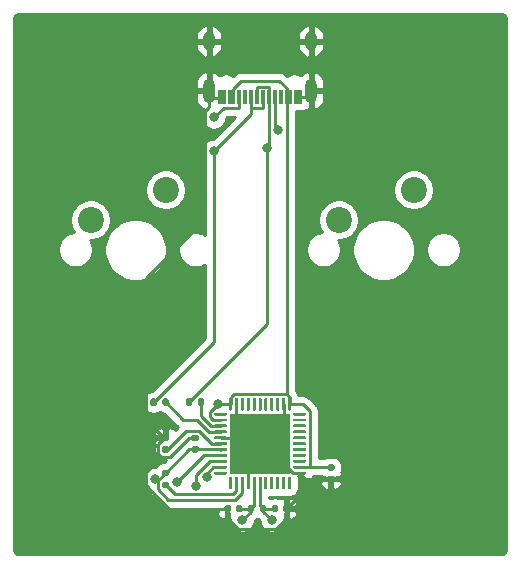
<source format=gbr>
%TF.GenerationSoftware,KiCad,Pcbnew,(5.1.12)-1*%
%TF.CreationDate,2024-08-07T21:13:35+08:00*%
%TF.ProjectId,BKL2x,424b4c32-782e-46b6-9963-61645f706362,1.0*%
%TF.SameCoordinates,Original*%
%TF.FileFunction,Copper,L1,Top*%
%TF.FilePolarity,Positive*%
%FSLAX46Y46*%
G04 Gerber Fmt 4.6, Leading zero omitted, Abs format (unit mm)*
G04 Created by KiCad (PCBNEW (5.1.12)-1) date 2024-08-07 21:13:35*
%MOMM*%
%LPD*%
G01*
G04 APERTURE LIST*
%TA.AperFunction,ComponentPad*%
%ADD10O,1.000000X2.100000*%
%TD*%
%TA.AperFunction,ComponentPad*%
%ADD11O,1.000000X1.600000*%
%TD*%
%TA.AperFunction,SMDPad,CuDef*%
%ADD12R,0.300000X1.150000*%
%TD*%
%TA.AperFunction,ComponentPad*%
%ADD13C,2.200000*%
%TD*%
%TA.AperFunction,SMDPad,CuDef*%
%ADD14R,5.200000X5.200000*%
%TD*%
%TA.AperFunction,ViaPad*%
%ADD15C,0.800000*%
%TD*%
%TA.AperFunction,Conductor*%
%ADD16C,0.250000*%
%TD*%
%TA.AperFunction,Conductor*%
%ADD17C,0.254000*%
%TD*%
%TA.AperFunction,Conductor*%
%ADD18C,0.100000*%
%TD*%
G04 APERTURE END LIST*
%TO.P,R6,2*%
%TO.N,/VB*%
%TA.AperFunction,SMDPad,CuDef*%
G36*
G01*
X142185000Y-112250000D02*
X141815000Y-112250000D01*
G75*
G02*
X141680000Y-112115000I0J135000D01*
G01*
X141680000Y-111845000D01*
G75*
G02*
X141815000Y-111710000I135000J0D01*
G01*
X142185000Y-111710000D01*
G75*
G02*
X142320000Y-111845000I0J-135000D01*
G01*
X142320000Y-112115000D01*
G75*
G02*
X142185000Y-112250000I-135000J0D01*
G01*
G37*
%TD.AperFunction*%
%TO.P,R6,1*%
%TO.N,/RST*%
%TA.AperFunction,SMDPad,CuDef*%
G36*
G01*
X142185000Y-113270000D02*
X141815000Y-113270000D01*
G75*
G02*
X141680000Y-113135000I0J135000D01*
G01*
X141680000Y-112865000D01*
G75*
G02*
X141815000Y-112730000I135000J0D01*
G01*
X142185000Y-112730000D01*
G75*
G02*
X142320000Y-112865000I0J-135000D01*
G01*
X142320000Y-113135000D01*
G75*
G02*
X142185000Y-113270000I-135000J0D01*
G01*
G37*
%TD.AperFunction*%
%TD*%
%TO.P,R5,2*%
%TO.N,Net-(C4-Pad2)*%
%TA.AperFunction,SMDPad,CuDef*%
G36*
G01*
X149980000Y-115185000D02*
X149980000Y-114815000D01*
G75*
G02*
X150115000Y-114680000I135000J0D01*
G01*
X150385000Y-114680000D01*
G75*
G02*
X150520000Y-114815000I0J-135000D01*
G01*
X150520000Y-115185000D01*
G75*
G02*
X150385000Y-115320000I-135000J0D01*
G01*
X150115000Y-115320000D01*
G75*
G02*
X149980000Y-115185000I0J135000D01*
G01*
G37*
%TD.AperFunction*%
%TO.P,R5,1*%
%TO.N,Net-(C5-Pad1)*%
%TA.AperFunction,SMDPad,CuDef*%
G36*
G01*
X148960000Y-115185000D02*
X148960000Y-114815000D01*
G75*
G02*
X149095000Y-114680000I135000J0D01*
G01*
X149365000Y-114680000D01*
G75*
G02*
X149500000Y-114815000I0J-135000D01*
G01*
X149500000Y-115185000D01*
G75*
G02*
X149365000Y-115320000I-135000J0D01*
G01*
X149095000Y-115320000D01*
G75*
G02*
X148960000Y-115185000I0J135000D01*
G01*
G37*
%TD.AperFunction*%
%TD*%
%TO.P,C1,2*%
%TO.N,GND*%
%TA.AperFunction,SMDPad,CuDef*%
G36*
G01*
X144670000Y-109300000D02*
X144330000Y-109300000D01*
G75*
G02*
X144190000Y-109160000I0J140000D01*
G01*
X144190000Y-108880000D01*
G75*
G02*
X144330000Y-108740000I140000J0D01*
G01*
X144670000Y-108740000D01*
G75*
G02*
X144810000Y-108880000I0J-140000D01*
G01*
X144810000Y-109160000D01*
G75*
G02*
X144670000Y-109300000I-140000J0D01*
G01*
G37*
%TD.AperFunction*%
%TO.P,C1,1*%
%TO.N,/VB*%
%TA.AperFunction,SMDPad,CuDef*%
G36*
G01*
X144670000Y-110260000D02*
X144330000Y-110260000D01*
G75*
G02*
X144190000Y-110120000I0J140000D01*
G01*
X144190000Y-109840000D01*
G75*
G02*
X144330000Y-109700000I140000J0D01*
G01*
X144670000Y-109700000D01*
G75*
G02*
X144810000Y-109840000I0J-140000D01*
G01*
X144810000Y-110120000D01*
G75*
G02*
X144670000Y-110260000I-140000J0D01*
G01*
G37*
%TD.AperFunction*%
%TD*%
%TO.P,C2,1*%
%TO.N,/VB*%
%TA.AperFunction,SMDPad,CuDef*%
G36*
G01*
X155830000Y-111240000D02*
X156170000Y-111240000D01*
G75*
G02*
X156310000Y-111380000I0J-140000D01*
G01*
X156310000Y-111660000D01*
G75*
G02*
X156170000Y-111800000I-140000J0D01*
G01*
X155830000Y-111800000D01*
G75*
G02*
X155690000Y-111660000I0J140000D01*
G01*
X155690000Y-111380000D01*
G75*
G02*
X155830000Y-111240000I140000J0D01*
G01*
G37*
%TD.AperFunction*%
%TO.P,C2,2*%
%TO.N,GND*%
%TA.AperFunction,SMDPad,CuDef*%
G36*
G01*
X155830000Y-112200000D02*
X156170000Y-112200000D01*
G75*
G02*
X156310000Y-112340000I0J-140000D01*
G01*
X156310000Y-112620000D01*
G75*
G02*
X156170000Y-112760000I-140000J0D01*
G01*
X155830000Y-112760000D01*
G75*
G02*
X155690000Y-112620000I0J140000D01*
G01*
X155690000Y-112340000D01*
G75*
G02*
X155830000Y-112200000I140000J0D01*
G01*
G37*
%TD.AperFunction*%
%TD*%
%TO.P,C4,1*%
%TO.N,GND*%
%TA.AperFunction,SMDPad,CuDef*%
G36*
G01*
X152510000Y-114830000D02*
X152510000Y-115170000D01*
G75*
G02*
X152370000Y-115310000I-140000J0D01*
G01*
X152090000Y-115310000D01*
G75*
G02*
X151950000Y-115170000I0J140000D01*
G01*
X151950000Y-114830000D01*
G75*
G02*
X152090000Y-114690000I140000J0D01*
G01*
X152370000Y-114690000D01*
G75*
G02*
X152510000Y-114830000I0J-140000D01*
G01*
G37*
%TD.AperFunction*%
%TO.P,C4,2*%
%TO.N,Net-(C4-Pad2)*%
%TA.AperFunction,SMDPad,CuDef*%
G36*
G01*
X151550000Y-114830000D02*
X151550000Y-115170000D01*
G75*
G02*
X151410000Y-115310000I-140000J0D01*
G01*
X151130000Y-115310000D01*
G75*
G02*
X150990000Y-115170000I0J140000D01*
G01*
X150990000Y-114830000D01*
G75*
G02*
X151130000Y-114690000I140000J0D01*
G01*
X151410000Y-114690000D01*
G75*
G02*
X151550000Y-114830000I0J-140000D01*
G01*
G37*
%TD.AperFunction*%
%TD*%
%TO.P,C5,2*%
%TO.N,GND*%
%TA.AperFunction,SMDPad,CuDef*%
G36*
G01*
X147550000Y-114830000D02*
X147550000Y-115170000D01*
G75*
G02*
X147410000Y-115310000I-140000J0D01*
G01*
X147130000Y-115310000D01*
G75*
G02*
X146990000Y-115170000I0J140000D01*
G01*
X146990000Y-114830000D01*
G75*
G02*
X147130000Y-114690000I140000J0D01*
G01*
X147410000Y-114690000D01*
G75*
G02*
X147550000Y-114830000I0J-140000D01*
G01*
G37*
%TD.AperFunction*%
%TO.P,C5,1*%
%TO.N,Net-(C5-Pad1)*%
%TA.AperFunction,SMDPad,CuDef*%
G36*
G01*
X148510000Y-114830000D02*
X148510000Y-115170000D01*
G75*
G02*
X148370000Y-115310000I-140000J0D01*
G01*
X148090000Y-115310000D01*
G75*
G02*
X147950000Y-115170000I0J140000D01*
G01*
X147950000Y-114830000D01*
G75*
G02*
X148090000Y-114690000I140000J0D01*
G01*
X148370000Y-114690000D01*
G75*
G02*
X148510000Y-114830000I0J-140000D01*
G01*
G37*
%TD.AperFunction*%
%TD*%
%TO.P,C6,1*%
%TO.N,Net-(C6-Pad1)*%
%TA.AperFunction,SMDPad,CuDef*%
G36*
G01*
X142170000Y-110260000D02*
X141830000Y-110260000D01*
G75*
G02*
X141690000Y-110120000I0J140000D01*
G01*
X141690000Y-109840000D01*
G75*
G02*
X141830000Y-109700000I140000J0D01*
G01*
X142170000Y-109700000D01*
G75*
G02*
X142310000Y-109840000I0J-140000D01*
G01*
X142310000Y-110120000D01*
G75*
G02*
X142170000Y-110260000I-140000J0D01*
G01*
G37*
%TD.AperFunction*%
%TO.P,C6,2*%
%TO.N,GND*%
%TA.AperFunction,SMDPad,CuDef*%
G36*
G01*
X142170000Y-109300000D02*
X141830000Y-109300000D01*
G75*
G02*
X141690000Y-109160000I0J140000D01*
G01*
X141690000Y-108880000D01*
G75*
G02*
X141830000Y-108740000I140000J0D01*
G01*
X142170000Y-108740000D01*
G75*
G02*
X142310000Y-108880000I0J-140000D01*
G01*
X142310000Y-109160000D01*
G75*
G02*
X142170000Y-109300000I-140000J0D01*
G01*
G37*
%TD.AperFunction*%
%TD*%
D10*
%TO.P,J1,S1*%
%TO.N,GND*%
X154320000Y-79605000D03*
X145680000Y-79605000D03*
D11*
X154320000Y-75425000D03*
X145680000Y-75425000D03*
D12*
%TO.P,J1,B1*%
X146950000Y-80170000D03*
%TO.P,J1,B4*%
%TO.N,/VB*%
X147750000Y-80170000D03*
%TO.P,J1,B5*%
%TO.N,Net-(J1-PadB5)*%
X148250000Y-80170000D03*
%TO.P,J1,A8*%
%TO.N,Net-(J1-PadA8)*%
X148750000Y-80170000D03*
%TO.P,J1,B6*%
%TO.N,/DP*%
X149250000Y-80170000D03*
%TO.P,J1,A7*%
%TO.N,/DM*%
X149750000Y-80170000D03*
%TO.P,J1,A6*%
%TO.N,/DP*%
X150250000Y-80170000D03*
%TO.P,J1,B7*%
%TO.N,/DM*%
X150750000Y-80170000D03*
%TO.P,J1,A5*%
%TO.N,Net-(J1-PadA5)*%
X151250000Y-80170000D03*
%TO.P,J1,B8*%
%TO.N,Net-(J1-PadB8)*%
X151750000Y-80170000D03*
%TO.P,J1,A4*%
%TO.N,/VB*%
X152550000Y-80170000D03*
%TO.P,J1,A1*%
%TO.N,GND*%
X153350000Y-80170000D03*
%TO.P,J1,B12*%
X153050000Y-80170000D03*
%TO.P,J1,B9*%
%TO.N,/VB*%
X152250000Y-80170000D03*
%TO.P,J1,A9*%
X147450000Y-80170000D03*
%TO.P,J1,A12*%
%TO.N,GND*%
X146650000Y-80170000D03*
%TD*%
%TO.P,R3,2*%
%TO.N,/DM*%
%TA.AperFunction,SMDPad,CuDef*%
G36*
G01*
X144250000Y-105815000D02*
X144250000Y-106185000D01*
G75*
G02*
X144115000Y-106320000I-135000J0D01*
G01*
X143845000Y-106320000D01*
G75*
G02*
X143710000Y-106185000I0J135000D01*
G01*
X143710000Y-105815000D01*
G75*
G02*
X143845000Y-105680000I135000J0D01*
G01*
X144115000Y-105680000D01*
G75*
G02*
X144250000Y-105815000I0J-135000D01*
G01*
G37*
%TD.AperFunction*%
%TO.P,R3,1*%
%TO.N,Net-(R3-Pad1)*%
%TA.AperFunction,SMDPad,CuDef*%
G36*
G01*
X145270000Y-105815000D02*
X145270000Y-106185000D01*
G75*
G02*
X145135000Y-106320000I-135000J0D01*
G01*
X144865000Y-106320000D01*
G75*
G02*
X144730000Y-106185000I0J135000D01*
G01*
X144730000Y-105815000D01*
G75*
G02*
X144865000Y-105680000I135000J0D01*
G01*
X145135000Y-105680000D01*
G75*
G02*
X145270000Y-105815000I0J-135000D01*
G01*
G37*
%TD.AperFunction*%
%TD*%
%TO.P,R4,1*%
%TO.N,Net-(R4-Pad1)*%
%TA.AperFunction,SMDPad,CuDef*%
G36*
G01*
X142280000Y-105815000D02*
X142280000Y-106185000D01*
G75*
G02*
X142145000Y-106320000I-135000J0D01*
G01*
X141875000Y-106320000D01*
G75*
G02*
X141740000Y-106185000I0J135000D01*
G01*
X141740000Y-105815000D01*
G75*
G02*
X141875000Y-105680000I135000J0D01*
G01*
X142145000Y-105680000D01*
G75*
G02*
X142280000Y-105815000I0J-135000D01*
G01*
G37*
%TD.AperFunction*%
%TO.P,R4,2*%
%TO.N,/DP*%
%TA.AperFunction,SMDPad,CuDef*%
G36*
G01*
X141260000Y-105815000D02*
X141260000Y-106185000D01*
G75*
G02*
X141125000Y-106320000I-135000J0D01*
G01*
X140855000Y-106320000D01*
G75*
G02*
X140720000Y-106185000I0J135000D01*
G01*
X140720000Y-105815000D01*
G75*
G02*
X140855000Y-105680000I135000J0D01*
G01*
X141125000Y-105680000D01*
G75*
G02*
X141260000Y-105815000I0J-135000D01*
G01*
G37*
%TD.AperFunction*%
%TD*%
D13*
%TO.P,SW1,2*%
%TO.N,/C0*%
X135650000Y-90540000D03*
%TO.P,SW1,1*%
%TO.N,Net-(D1-Pad2)*%
X142000000Y-88000000D03*
%TD*%
%TO.P,SW2,1*%
%TO.N,Net-(D1-Pad1)*%
X163000000Y-88000000D03*
%TO.P,SW2,2*%
%TO.N,/C1*%
X156650000Y-90540000D03*
%TD*%
%TO.P,U1,1*%
%TO.N,Net-(U1-Pad1)*%
%TA.AperFunction,SMDPad,CuDef*%
G36*
G01*
X146125000Y-107062500D02*
X146125000Y-106937500D01*
G75*
G02*
X146187500Y-106875000I62500J0D01*
G01*
X147137500Y-106875000D01*
G75*
G02*
X147200000Y-106937500I0J-62500D01*
G01*
X147200000Y-107062500D01*
G75*
G02*
X147137500Y-107125000I-62500J0D01*
G01*
X146187500Y-107125000D01*
G75*
G02*
X146125000Y-107062500I0J62500D01*
G01*
G37*
%TD.AperFunction*%
%TO.P,U1,2*%
%TO.N,/VB*%
%TA.AperFunction,SMDPad,CuDef*%
G36*
G01*
X146125000Y-107562500D02*
X146125000Y-107437500D01*
G75*
G02*
X146187500Y-107375000I62500J0D01*
G01*
X147137500Y-107375000D01*
G75*
G02*
X147200000Y-107437500I0J-62500D01*
G01*
X147200000Y-107562500D01*
G75*
G02*
X147137500Y-107625000I-62500J0D01*
G01*
X146187500Y-107625000D01*
G75*
G02*
X146125000Y-107562500I0J62500D01*
G01*
G37*
%TD.AperFunction*%
%TO.P,U1,3*%
%TO.N,Net-(R3-Pad1)*%
%TA.AperFunction,SMDPad,CuDef*%
G36*
G01*
X146125000Y-108062500D02*
X146125000Y-107937500D01*
G75*
G02*
X146187500Y-107875000I62500J0D01*
G01*
X147137500Y-107875000D01*
G75*
G02*
X147200000Y-107937500I0J-62500D01*
G01*
X147200000Y-108062500D01*
G75*
G02*
X147137500Y-108125000I-62500J0D01*
G01*
X146187500Y-108125000D01*
G75*
G02*
X146125000Y-108062500I0J62500D01*
G01*
G37*
%TD.AperFunction*%
%TO.P,U1,4*%
%TO.N,Net-(R4-Pad1)*%
%TA.AperFunction,SMDPad,CuDef*%
G36*
G01*
X146125000Y-108562500D02*
X146125000Y-108437500D01*
G75*
G02*
X146187500Y-108375000I62500J0D01*
G01*
X147137500Y-108375000D01*
G75*
G02*
X147200000Y-108437500I0J-62500D01*
G01*
X147200000Y-108562500D01*
G75*
G02*
X147137500Y-108625000I-62500J0D01*
G01*
X146187500Y-108625000D01*
G75*
G02*
X146125000Y-108562500I0J62500D01*
G01*
G37*
%TD.AperFunction*%
%TO.P,U1,5*%
%TO.N,GND*%
%TA.AperFunction,SMDPad,CuDef*%
G36*
G01*
X146125000Y-109062500D02*
X146125000Y-108937500D01*
G75*
G02*
X146187500Y-108875000I62500J0D01*
G01*
X147137500Y-108875000D01*
G75*
G02*
X147200000Y-108937500I0J-62500D01*
G01*
X147200000Y-109062500D01*
G75*
G02*
X147137500Y-109125000I-62500J0D01*
G01*
X146187500Y-109125000D01*
G75*
G02*
X146125000Y-109062500I0J62500D01*
G01*
G37*
%TD.AperFunction*%
%TO.P,U1,6*%
%TO.N,Net-(C6-Pad1)*%
%TA.AperFunction,SMDPad,CuDef*%
G36*
G01*
X146125000Y-109562500D02*
X146125000Y-109437500D01*
G75*
G02*
X146187500Y-109375000I62500J0D01*
G01*
X147137500Y-109375000D01*
G75*
G02*
X147200000Y-109437500I0J-62500D01*
G01*
X147200000Y-109562500D01*
G75*
G02*
X147137500Y-109625000I-62500J0D01*
G01*
X146187500Y-109625000D01*
G75*
G02*
X146125000Y-109562500I0J62500D01*
G01*
G37*
%TD.AperFunction*%
%TO.P,U1,7*%
%TO.N,/VB*%
%TA.AperFunction,SMDPad,CuDef*%
G36*
G01*
X146125000Y-110062500D02*
X146125000Y-109937500D01*
G75*
G02*
X146187500Y-109875000I62500J0D01*
G01*
X147137500Y-109875000D01*
G75*
G02*
X147200000Y-109937500I0J-62500D01*
G01*
X147200000Y-110062500D01*
G75*
G02*
X147137500Y-110125000I-62500J0D01*
G01*
X146187500Y-110125000D01*
G75*
G02*
X146125000Y-110062500I0J62500D01*
G01*
G37*
%TD.AperFunction*%
%TO.P,U1,8*%
%TO.N,/R0*%
%TA.AperFunction,SMDPad,CuDef*%
G36*
G01*
X146125000Y-110562500D02*
X146125000Y-110437500D01*
G75*
G02*
X146187500Y-110375000I62500J0D01*
G01*
X147137500Y-110375000D01*
G75*
G02*
X147200000Y-110437500I0J-62500D01*
G01*
X147200000Y-110562500D01*
G75*
G02*
X147137500Y-110625000I-62500J0D01*
G01*
X146187500Y-110625000D01*
G75*
G02*
X146125000Y-110562500I0J62500D01*
G01*
G37*
%TD.AperFunction*%
%TO.P,U1,9*%
%TO.N,/C0*%
%TA.AperFunction,SMDPad,CuDef*%
G36*
G01*
X146125000Y-111062500D02*
X146125000Y-110937500D01*
G75*
G02*
X146187500Y-110875000I62500J0D01*
G01*
X147137500Y-110875000D01*
G75*
G02*
X147200000Y-110937500I0J-62500D01*
G01*
X147200000Y-111062500D01*
G75*
G02*
X147137500Y-111125000I-62500J0D01*
G01*
X146187500Y-111125000D01*
G75*
G02*
X146125000Y-111062500I0J62500D01*
G01*
G37*
%TD.AperFunction*%
%TO.P,U1,10*%
%TO.N,/C1*%
%TA.AperFunction,SMDPad,CuDef*%
G36*
G01*
X146125000Y-111562500D02*
X146125000Y-111437500D01*
G75*
G02*
X146187500Y-111375000I62500J0D01*
G01*
X147137500Y-111375000D01*
G75*
G02*
X147200000Y-111437500I0J-62500D01*
G01*
X147200000Y-111562500D01*
G75*
G02*
X147137500Y-111625000I-62500J0D01*
G01*
X146187500Y-111625000D01*
G75*
G02*
X146125000Y-111562500I0J62500D01*
G01*
G37*
%TD.AperFunction*%
%TO.P,U1,11*%
%TO.N,/MISO*%
%TA.AperFunction,SMDPad,CuDef*%
G36*
G01*
X146125000Y-112062500D02*
X146125000Y-111937500D01*
G75*
G02*
X146187500Y-111875000I62500J0D01*
G01*
X147137500Y-111875000D01*
G75*
G02*
X147200000Y-111937500I0J-62500D01*
G01*
X147200000Y-112062500D01*
G75*
G02*
X147137500Y-112125000I-62500J0D01*
G01*
X146187500Y-112125000D01*
G75*
G02*
X146125000Y-112062500I0J62500D01*
G01*
G37*
%TD.AperFunction*%
%TO.P,U1,12*%
%TO.N,Net-(U1-Pad12)*%
%TA.AperFunction,SMDPad,CuDef*%
G36*
G01*
X147375000Y-113312500D02*
X147375000Y-112362500D01*
G75*
G02*
X147437500Y-112300000I62500J0D01*
G01*
X147562500Y-112300000D01*
G75*
G02*
X147625000Y-112362500I0J-62500D01*
G01*
X147625000Y-113312500D01*
G75*
G02*
X147562500Y-113375000I-62500J0D01*
G01*
X147437500Y-113375000D01*
G75*
G02*
X147375000Y-113312500I0J62500D01*
G01*
G37*
%TD.AperFunction*%
%TO.P,U1,13*%
%TO.N,/RST*%
%TA.AperFunction,SMDPad,CuDef*%
G36*
G01*
X147875000Y-113312500D02*
X147875000Y-112362500D01*
G75*
G02*
X147937500Y-112300000I62500J0D01*
G01*
X148062500Y-112300000D01*
G75*
G02*
X148125000Y-112362500I0J-62500D01*
G01*
X148125000Y-113312500D01*
G75*
G02*
X148062500Y-113375000I-62500J0D01*
G01*
X147937500Y-113375000D01*
G75*
G02*
X147875000Y-113312500I0J62500D01*
G01*
G37*
%TD.AperFunction*%
%TO.P,U1,14*%
%TO.N,/VB*%
%TA.AperFunction,SMDPad,CuDef*%
G36*
G01*
X148375000Y-113312500D02*
X148375000Y-112362500D01*
G75*
G02*
X148437500Y-112300000I62500J0D01*
G01*
X148562500Y-112300000D01*
G75*
G02*
X148625000Y-112362500I0J-62500D01*
G01*
X148625000Y-113312500D01*
G75*
G02*
X148562500Y-113375000I-62500J0D01*
G01*
X148437500Y-113375000D01*
G75*
G02*
X148375000Y-113312500I0J62500D01*
G01*
G37*
%TD.AperFunction*%
%TO.P,U1,15*%
%TO.N,GND*%
%TA.AperFunction,SMDPad,CuDef*%
G36*
G01*
X148875000Y-113312500D02*
X148875000Y-112362500D01*
G75*
G02*
X148937500Y-112300000I62500J0D01*
G01*
X149062500Y-112300000D01*
G75*
G02*
X149125000Y-112362500I0J-62500D01*
G01*
X149125000Y-113312500D01*
G75*
G02*
X149062500Y-113375000I-62500J0D01*
G01*
X148937500Y-113375000D01*
G75*
G02*
X148875000Y-113312500I0J62500D01*
G01*
G37*
%TD.AperFunction*%
%TO.P,U1,16*%
%TO.N,Net-(C5-Pad1)*%
%TA.AperFunction,SMDPad,CuDef*%
G36*
G01*
X149375000Y-113312500D02*
X149375000Y-112362500D01*
G75*
G02*
X149437500Y-112300000I62500J0D01*
G01*
X149562500Y-112300000D01*
G75*
G02*
X149625000Y-112362500I0J-62500D01*
G01*
X149625000Y-113312500D01*
G75*
G02*
X149562500Y-113375000I-62500J0D01*
G01*
X149437500Y-113375000D01*
G75*
G02*
X149375000Y-113312500I0J62500D01*
G01*
G37*
%TD.AperFunction*%
%TO.P,U1,17*%
%TO.N,Net-(C4-Pad2)*%
%TA.AperFunction,SMDPad,CuDef*%
G36*
G01*
X149875000Y-113312500D02*
X149875000Y-112362500D01*
G75*
G02*
X149937500Y-112300000I62500J0D01*
G01*
X150062500Y-112300000D01*
G75*
G02*
X150125000Y-112362500I0J-62500D01*
G01*
X150125000Y-113312500D01*
G75*
G02*
X150062500Y-113375000I-62500J0D01*
G01*
X149937500Y-113375000D01*
G75*
G02*
X149875000Y-113312500I0J62500D01*
G01*
G37*
%TD.AperFunction*%
%TO.P,U1,18*%
%TO.N,Net-(U1-Pad18)*%
%TA.AperFunction,SMDPad,CuDef*%
G36*
G01*
X150375000Y-113312500D02*
X150375000Y-112362500D01*
G75*
G02*
X150437500Y-112300000I62500J0D01*
G01*
X150562500Y-112300000D01*
G75*
G02*
X150625000Y-112362500I0J-62500D01*
G01*
X150625000Y-113312500D01*
G75*
G02*
X150562500Y-113375000I-62500J0D01*
G01*
X150437500Y-113375000D01*
G75*
G02*
X150375000Y-113312500I0J62500D01*
G01*
G37*
%TD.AperFunction*%
%TO.P,U1,19*%
%TO.N,Net-(U1-Pad19)*%
%TA.AperFunction,SMDPad,CuDef*%
G36*
G01*
X150875000Y-113312500D02*
X150875000Y-112362500D01*
G75*
G02*
X150937500Y-112300000I62500J0D01*
G01*
X151062500Y-112300000D01*
G75*
G02*
X151125000Y-112362500I0J-62500D01*
G01*
X151125000Y-113312500D01*
G75*
G02*
X151062500Y-113375000I-62500J0D01*
G01*
X150937500Y-113375000D01*
G75*
G02*
X150875000Y-113312500I0J62500D01*
G01*
G37*
%TD.AperFunction*%
%TO.P,U1,20*%
%TO.N,Net-(U1-Pad20)*%
%TA.AperFunction,SMDPad,CuDef*%
G36*
G01*
X151375000Y-113312500D02*
X151375000Y-112362500D01*
G75*
G02*
X151437500Y-112300000I62500J0D01*
G01*
X151562500Y-112300000D01*
G75*
G02*
X151625000Y-112362500I0J-62500D01*
G01*
X151625000Y-113312500D01*
G75*
G02*
X151562500Y-113375000I-62500J0D01*
G01*
X151437500Y-113375000D01*
G75*
G02*
X151375000Y-113312500I0J62500D01*
G01*
G37*
%TD.AperFunction*%
%TO.P,U1,21*%
%TO.N,Net-(U1-Pad21)*%
%TA.AperFunction,SMDPad,CuDef*%
G36*
G01*
X151875000Y-113312500D02*
X151875000Y-112362500D01*
G75*
G02*
X151937500Y-112300000I62500J0D01*
G01*
X152062500Y-112300000D01*
G75*
G02*
X152125000Y-112362500I0J-62500D01*
G01*
X152125000Y-113312500D01*
G75*
G02*
X152062500Y-113375000I-62500J0D01*
G01*
X151937500Y-113375000D01*
G75*
G02*
X151875000Y-113312500I0J62500D01*
G01*
G37*
%TD.AperFunction*%
%TO.P,U1,22*%
%TO.N,Net-(U1-Pad22)*%
%TA.AperFunction,SMDPad,CuDef*%
G36*
G01*
X152375000Y-113312500D02*
X152375000Y-112362500D01*
G75*
G02*
X152437500Y-112300000I62500J0D01*
G01*
X152562500Y-112300000D01*
G75*
G02*
X152625000Y-112362500I0J-62500D01*
G01*
X152625000Y-113312500D01*
G75*
G02*
X152562500Y-113375000I-62500J0D01*
G01*
X152437500Y-113375000D01*
G75*
G02*
X152375000Y-113312500I0J62500D01*
G01*
G37*
%TD.AperFunction*%
%TO.P,U1,23*%
%TO.N,GND*%
%TA.AperFunction,SMDPad,CuDef*%
G36*
G01*
X152800000Y-112062500D02*
X152800000Y-111937500D01*
G75*
G02*
X152862500Y-111875000I62500J0D01*
G01*
X153812500Y-111875000D01*
G75*
G02*
X153875000Y-111937500I0J-62500D01*
G01*
X153875000Y-112062500D01*
G75*
G02*
X153812500Y-112125000I-62500J0D01*
G01*
X152862500Y-112125000D01*
G75*
G02*
X152800000Y-112062500I0J62500D01*
G01*
G37*
%TD.AperFunction*%
%TO.P,U1,24*%
%TO.N,/VB*%
%TA.AperFunction,SMDPad,CuDef*%
G36*
G01*
X152800000Y-111562500D02*
X152800000Y-111437500D01*
G75*
G02*
X152862500Y-111375000I62500J0D01*
G01*
X153812500Y-111375000D01*
G75*
G02*
X153875000Y-111437500I0J-62500D01*
G01*
X153875000Y-111562500D01*
G75*
G02*
X153812500Y-111625000I-62500J0D01*
G01*
X152862500Y-111625000D01*
G75*
G02*
X152800000Y-111562500I0J62500D01*
G01*
G37*
%TD.AperFunction*%
%TO.P,U1,25*%
%TO.N,Net-(U1-Pad25)*%
%TA.AperFunction,SMDPad,CuDef*%
G36*
G01*
X152800000Y-111062500D02*
X152800000Y-110937500D01*
G75*
G02*
X152862500Y-110875000I62500J0D01*
G01*
X153812500Y-110875000D01*
G75*
G02*
X153875000Y-110937500I0J-62500D01*
G01*
X153875000Y-111062500D01*
G75*
G02*
X153812500Y-111125000I-62500J0D01*
G01*
X152862500Y-111125000D01*
G75*
G02*
X152800000Y-111062500I0J62500D01*
G01*
G37*
%TD.AperFunction*%
%TO.P,U1,26*%
%TO.N,Net-(U1-Pad26)*%
%TA.AperFunction,SMDPad,CuDef*%
G36*
G01*
X152800000Y-110562500D02*
X152800000Y-110437500D01*
G75*
G02*
X152862500Y-110375000I62500J0D01*
G01*
X153812500Y-110375000D01*
G75*
G02*
X153875000Y-110437500I0J-62500D01*
G01*
X153875000Y-110562500D01*
G75*
G02*
X153812500Y-110625000I-62500J0D01*
G01*
X152862500Y-110625000D01*
G75*
G02*
X152800000Y-110562500I0J62500D01*
G01*
G37*
%TD.AperFunction*%
%TO.P,U1,27*%
%TO.N,Net-(U1-Pad27)*%
%TA.AperFunction,SMDPad,CuDef*%
G36*
G01*
X152800000Y-110062500D02*
X152800000Y-109937500D01*
G75*
G02*
X152862500Y-109875000I62500J0D01*
G01*
X153812500Y-109875000D01*
G75*
G02*
X153875000Y-109937500I0J-62500D01*
G01*
X153875000Y-110062500D01*
G75*
G02*
X153812500Y-110125000I-62500J0D01*
G01*
X152862500Y-110125000D01*
G75*
G02*
X152800000Y-110062500I0J62500D01*
G01*
G37*
%TD.AperFunction*%
%TO.P,U1,28*%
%TO.N,Net-(U1-Pad28)*%
%TA.AperFunction,SMDPad,CuDef*%
G36*
G01*
X152800000Y-109562500D02*
X152800000Y-109437500D01*
G75*
G02*
X152862500Y-109375000I62500J0D01*
G01*
X153812500Y-109375000D01*
G75*
G02*
X153875000Y-109437500I0J-62500D01*
G01*
X153875000Y-109562500D01*
G75*
G02*
X153812500Y-109625000I-62500J0D01*
G01*
X152862500Y-109625000D01*
G75*
G02*
X152800000Y-109562500I0J62500D01*
G01*
G37*
%TD.AperFunction*%
%TO.P,U1,29*%
%TO.N,Net-(U1-Pad29)*%
%TA.AperFunction,SMDPad,CuDef*%
G36*
G01*
X152800000Y-109062500D02*
X152800000Y-108937500D01*
G75*
G02*
X152862500Y-108875000I62500J0D01*
G01*
X153812500Y-108875000D01*
G75*
G02*
X153875000Y-108937500I0J-62500D01*
G01*
X153875000Y-109062500D01*
G75*
G02*
X153812500Y-109125000I-62500J0D01*
G01*
X152862500Y-109125000D01*
G75*
G02*
X152800000Y-109062500I0J62500D01*
G01*
G37*
%TD.AperFunction*%
%TO.P,U1,30*%
%TO.N,Net-(U1-Pad30)*%
%TA.AperFunction,SMDPad,CuDef*%
G36*
G01*
X152800000Y-108562500D02*
X152800000Y-108437500D01*
G75*
G02*
X152862500Y-108375000I62500J0D01*
G01*
X153812500Y-108375000D01*
G75*
G02*
X153875000Y-108437500I0J-62500D01*
G01*
X153875000Y-108562500D01*
G75*
G02*
X153812500Y-108625000I-62500J0D01*
G01*
X152862500Y-108625000D01*
G75*
G02*
X152800000Y-108562500I0J62500D01*
G01*
G37*
%TD.AperFunction*%
%TO.P,U1,31*%
%TO.N,Net-(U1-Pad31)*%
%TA.AperFunction,SMDPad,CuDef*%
G36*
G01*
X152800000Y-108062500D02*
X152800000Y-107937500D01*
G75*
G02*
X152862500Y-107875000I62500J0D01*
G01*
X153812500Y-107875000D01*
G75*
G02*
X153875000Y-107937500I0J-62500D01*
G01*
X153875000Y-108062500D01*
G75*
G02*
X153812500Y-108125000I-62500J0D01*
G01*
X152862500Y-108125000D01*
G75*
G02*
X152800000Y-108062500I0J62500D01*
G01*
G37*
%TD.AperFunction*%
%TO.P,U1,32*%
%TO.N,Net-(U1-Pad32)*%
%TA.AperFunction,SMDPad,CuDef*%
G36*
G01*
X152800000Y-107562500D02*
X152800000Y-107437500D01*
G75*
G02*
X152862500Y-107375000I62500J0D01*
G01*
X153812500Y-107375000D01*
G75*
G02*
X153875000Y-107437500I0J-62500D01*
G01*
X153875000Y-107562500D01*
G75*
G02*
X153812500Y-107625000I-62500J0D01*
G01*
X152862500Y-107625000D01*
G75*
G02*
X152800000Y-107562500I0J62500D01*
G01*
G37*
%TD.AperFunction*%
%TO.P,U1,33*%
%TO.N,Net-(U1-Pad33)*%
%TA.AperFunction,SMDPad,CuDef*%
G36*
G01*
X152800000Y-107062500D02*
X152800000Y-106937500D01*
G75*
G02*
X152862500Y-106875000I62500J0D01*
G01*
X153812500Y-106875000D01*
G75*
G02*
X153875000Y-106937500I0J-62500D01*
G01*
X153875000Y-107062500D01*
G75*
G02*
X153812500Y-107125000I-62500J0D01*
G01*
X152862500Y-107125000D01*
G75*
G02*
X152800000Y-107062500I0J62500D01*
G01*
G37*
%TD.AperFunction*%
%TO.P,U1,34*%
%TO.N,/VB*%
%TA.AperFunction,SMDPad,CuDef*%
G36*
G01*
X152375000Y-106637500D02*
X152375000Y-105687500D01*
G75*
G02*
X152437500Y-105625000I62500J0D01*
G01*
X152562500Y-105625000D01*
G75*
G02*
X152625000Y-105687500I0J-62500D01*
G01*
X152625000Y-106637500D01*
G75*
G02*
X152562500Y-106700000I-62500J0D01*
G01*
X152437500Y-106700000D01*
G75*
G02*
X152375000Y-106637500I0J62500D01*
G01*
G37*
%TD.AperFunction*%
%TO.P,U1,35*%
%TO.N,GND*%
%TA.AperFunction,SMDPad,CuDef*%
G36*
G01*
X151875000Y-106637500D02*
X151875000Y-105687500D01*
G75*
G02*
X151937500Y-105625000I62500J0D01*
G01*
X152062500Y-105625000D01*
G75*
G02*
X152125000Y-105687500I0J-62500D01*
G01*
X152125000Y-106637500D01*
G75*
G02*
X152062500Y-106700000I-62500J0D01*
G01*
X151937500Y-106700000D01*
G75*
G02*
X151875000Y-106637500I0J62500D01*
G01*
G37*
%TD.AperFunction*%
%TO.P,U1,36*%
%TO.N,Net-(U1-Pad36)*%
%TA.AperFunction,SMDPad,CuDef*%
G36*
G01*
X151375000Y-106637500D02*
X151375000Y-105687500D01*
G75*
G02*
X151437500Y-105625000I62500J0D01*
G01*
X151562500Y-105625000D01*
G75*
G02*
X151625000Y-105687500I0J-62500D01*
G01*
X151625000Y-106637500D01*
G75*
G02*
X151562500Y-106700000I-62500J0D01*
G01*
X151437500Y-106700000D01*
G75*
G02*
X151375000Y-106637500I0J62500D01*
G01*
G37*
%TD.AperFunction*%
%TO.P,U1,37*%
%TO.N,Net-(U1-Pad37)*%
%TA.AperFunction,SMDPad,CuDef*%
G36*
G01*
X150875000Y-106637500D02*
X150875000Y-105687500D01*
G75*
G02*
X150937500Y-105625000I62500J0D01*
G01*
X151062500Y-105625000D01*
G75*
G02*
X151125000Y-105687500I0J-62500D01*
G01*
X151125000Y-106637500D01*
G75*
G02*
X151062500Y-106700000I-62500J0D01*
G01*
X150937500Y-106700000D01*
G75*
G02*
X150875000Y-106637500I0J62500D01*
G01*
G37*
%TD.AperFunction*%
%TO.P,U1,38*%
%TO.N,Net-(U1-Pad38)*%
%TA.AperFunction,SMDPad,CuDef*%
G36*
G01*
X150375000Y-106637500D02*
X150375000Y-105687500D01*
G75*
G02*
X150437500Y-105625000I62500J0D01*
G01*
X150562500Y-105625000D01*
G75*
G02*
X150625000Y-105687500I0J-62500D01*
G01*
X150625000Y-106637500D01*
G75*
G02*
X150562500Y-106700000I-62500J0D01*
G01*
X150437500Y-106700000D01*
G75*
G02*
X150375000Y-106637500I0J62500D01*
G01*
G37*
%TD.AperFunction*%
%TO.P,U1,39*%
%TO.N,Net-(U1-Pad39)*%
%TA.AperFunction,SMDPad,CuDef*%
G36*
G01*
X149875000Y-106637500D02*
X149875000Y-105687500D01*
G75*
G02*
X149937500Y-105625000I62500J0D01*
G01*
X150062500Y-105625000D01*
G75*
G02*
X150125000Y-105687500I0J-62500D01*
G01*
X150125000Y-106637500D01*
G75*
G02*
X150062500Y-106700000I-62500J0D01*
G01*
X149937500Y-106700000D01*
G75*
G02*
X149875000Y-106637500I0J62500D01*
G01*
G37*
%TD.AperFunction*%
%TO.P,U1,40*%
%TO.N,Net-(U1-Pad40)*%
%TA.AperFunction,SMDPad,CuDef*%
G36*
G01*
X149375000Y-106637500D02*
X149375000Y-105687500D01*
G75*
G02*
X149437500Y-105625000I62500J0D01*
G01*
X149562500Y-105625000D01*
G75*
G02*
X149625000Y-105687500I0J-62500D01*
G01*
X149625000Y-106637500D01*
G75*
G02*
X149562500Y-106700000I-62500J0D01*
G01*
X149437500Y-106700000D01*
G75*
G02*
X149375000Y-106637500I0J62500D01*
G01*
G37*
%TD.AperFunction*%
%TO.P,U1,41*%
%TO.N,Net-(U1-Pad41)*%
%TA.AperFunction,SMDPad,CuDef*%
G36*
G01*
X148875000Y-106637500D02*
X148875000Y-105687500D01*
G75*
G02*
X148937500Y-105625000I62500J0D01*
G01*
X149062500Y-105625000D01*
G75*
G02*
X149125000Y-105687500I0J-62500D01*
G01*
X149125000Y-106637500D01*
G75*
G02*
X149062500Y-106700000I-62500J0D01*
G01*
X148937500Y-106700000D01*
G75*
G02*
X148875000Y-106637500I0J62500D01*
G01*
G37*
%TD.AperFunction*%
%TO.P,U1,42*%
%TO.N,Net-(U1-Pad42)*%
%TA.AperFunction,SMDPad,CuDef*%
G36*
G01*
X148375000Y-106637500D02*
X148375000Y-105687500D01*
G75*
G02*
X148437500Y-105625000I62500J0D01*
G01*
X148562500Y-105625000D01*
G75*
G02*
X148625000Y-105687500I0J-62500D01*
G01*
X148625000Y-106637500D01*
G75*
G02*
X148562500Y-106700000I-62500J0D01*
G01*
X148437500Y-106700000D01*
G75*
G02*
X148375000Y-106637500I0J62500D01*
G01*
G37*
%TD.AperFunction*%
%TO.P,U1,43*%
%TO.N,GND*%
%TA.AperFunction,SMDPad,CuDef*%
G36*
G01*
X147875000Y-106637500D02*
X147875000Y-105687500D01*
G75*
G02*
X147937500Y-105625000I62500J0D01*
G01*
X148062500Y-105625000D01*
G75*
G02*
X148125000Y-105687500I0J-62500D01*
G01*
X148125000Y-106637500D01*
G75*
G02*
X148062500Y-106700000I-62500J0D01*
G01*
X147937500Y-106700000D01*
G75*
G02*
X147875000Y-106637500I0J62500D01*
G01*
G37*
%TD.AperFunction*%
%TO.P,U1,44*%
%TO.N,/VB*%
%TA.AperFunction,SMDPad,CuDef*%
G36*
G01*
X147375000Y-106637500D02*
X147375000Y-105687500D01*
G75*
G02*
X147437500Y-105625000I62500J0D01*
G01*
X147562500Y-105625000D01*
G75*
G02*
X147625000Y-105687500I0J-62500D01*
G01*
X147625000Y-106637500D01*
G75*
G02*
X147562500Y-106700000I-62500J0D01*
G01*
X147437500Y-106700000D01*
G75*
G02*
X147375000Y-106637500I0J62500D01*
G01*
G37*
%TD.AperFunction*%
D14*
%TO.P,U1,45*%
%TO.N,GND*%
X150000000Y-109500000D03*
%TD*%
D15*
%TO.N,/VB*%
X141108500Y-112503100D03*
X146403700Y-106162500D03*
%TO.N,Net-(C4-Pad2)*%
X151000000Y-116000000D03*
%TO.N,Net-(C5-Pad1)*%
X148500000Y-116000000D03*
%TO.N,/R0*%
X142954100Y-112762400D03*
%TO.N,Net-(J1-PadB5)*%
X146096200Y-81884000D03*
%TO.N,/DP*%
X146091200Y-84717700D03*
%TO.N,/DM*%
X150631100Y-84500000D03*
%TO.N,Net-(J1-PadA5)*%
X151485800Y-82921500D03*
%TO.N,/C0*%
X144606300Y-113070300D03*
%TO.N,/C1*%
X145476300Y-112345000D03*
%TD*%
D16*
%TO.N,GND*%
X152230000Y-115000000D02*
X152230000Y-115860900D01*
X152230000Y-115860900D02*
X151329600Y-116761300D01*
X151329600Y-116761300D02*
X148150600Y-116761300D01*
X148150600Y-116761300D02*
X147270000Y-115880700D01*
X147270000Y-115880700D02*
X147270000Y-115000000D01*
X153817500Y-112480000D02*
X153817500Y-113412500D01*
X153817500Y-113412500D02*
X152230000Y-115000000D01*
X141606100Y-110626500D02*
X140362800Y-111869800D01*
X140362800Y-111869800D02*
X140362800Y-113041700D01*
X140362800Y-113041700D02*
X142321100Y-115000000D01*
X142321100Y-115000000D02*
X147270000Y-115000000D01*
X149000000Y-109500000D02*
X149000000Y-112837500D01*
X141606100Y-110626500D02*
X142377100Y-110626500D01*
X142377100Y-110626500D02*
X143983600Y-109020000D01*
X143983600Y-109020000D02*
X144500000Y-109020000D01*
X141859100Y-109020000D02*
X141364100Y-109515000D01*
X141364100Y-109515000D02*
X141364100Y-110384500D01*
X141364100Y-110384500D02*
X141606100Y-110626500D01*
X141859100Y-109020000D02*
X140353500Y-107514400D01*
X140353500Y-107514400D02*
X140353500Y-95475200D01*
X140353500Y-95475200D02*
X145337800Y-90490900D01*
X145337800Y-90490900D02*
X145337800Y-81322500D01*
X145337800Y-81322500D02*
X145680000Y-80980300D01*
X141859100Y-109020000D02*
X142000000Y-109020000D01*
X150125700Y-109374300D02*
X152751400Y-112000000D01*
X152751400Y-112000000D02*
X153337500Y-112000000D01*
X150125700Y-109374300D02*
X150000000Y-109500000D01*
X152000000Y-106162500D02*
X152000000Y-107500000D01*
X152000000Y-107500000D02*
X150125700Y-109374300D01*
X150000000Y-109500000D02*
X149000000Y-109500000D01*
X153817500Y-112480000D02*
X156000000Y-112480000D01*
X153337500Y-112000000D02*
X153817500Y-112480000D01*
X149000000Y-109500000D02*
X148000000Y-108500000D01*
X148000000Y-108500000D02*
X147500000Y-109000000D01*
X147500000Y-109000000D02*
X146662500Y-109000000D01*
X148000000Y-106162500D02*
X148000000Y-108500000D01*
X145680000Y-80225100D02*
X146594900Y-80225100D01*
X146594900Y-80225100D02*
X146650000Y-80170000D01*
X145680000Y-80225100D02*
X145680000Y-80980300D01*
X145680000Y-79605000D02*
X145680000Y-80225100D01*
X145680000Y-79605000D02*
X145680000Y-75425000D01*
X154320000Y-79605000D02*
X154320000Y-76550300D01*
X153350000Y-80170000D02*
X153755000Y-80170000D01*
X153755000Y-80170000D02*
X154320000Y-79605000D01*
X154320000Y-75425000D02*
X154320000Y-76550300D01*
X153350000Y-80170000D02*
X153050000Y-80170000D01*
X146650000Y-80170000D02*
X146950000Y-80170000D01*
%TO.N,/VB*%
X141338700Y-112503100D02*
X141476900Y-112503100D01*
X141476900Y-112503100D02*
X142000000Y-111980000D01*
X141108500Y-112503100D02*
X141338700Y-112503100D01*
X141338700Y-112503100D02*
X141338700Y-113353400D01*
X141338700Y-113353400D02*
X142231200Y-114245900D01*
X142231200Y-114245900D02*
X147914200Y-114245900D01*
X147914200Y-114245900D02*
X148500000Y-113660100D01*
X148500000Y-113660100D02*
X148500000Y-112837500D01*
X142000000Y-111980000D02*
X144000000Y-109980000D01*
X144000000Y-109980000D02*
X144500000Y-109980000D01*
X147750000Y-80170000D02*
X147450000Y-80170000D01*
X147750000Y-80170000D02*
X147750000Y-79452400D01*
X147750000Y-79452400D02*
X148429900Y-78772500D01*
X148429900Y-78772500D02*
X151600500Y-78772500D01*
X151600500Y-78772500D02*
X152250000Y-79422000D01*
X152250000Y-79422000D02*
X152250000Y-80170000D01*
X144500000Y-109980000D02*
X146642500Y-109980000D01*
X146642500Y-109980000D02*
X146662500Y-110000000D01*
X152250000Y-80170000D02*
X152250000Y-81070300D01*
X152225200Y-105297100D02*
X152250000Y-105272300D01*
X152250000Y-105272300D02*
X152250000Y-81070300D01*
X152225200Y-105297100D02*
X152500000Y-105571900D01*
X152500000Y-105571900D02*
X152500000Y-106162500D01*
X147500000Y-106162500D02*
X147500000Y-105553200D01*
X147500000Y-105553200D02*
X147756100Y-105297100D01*
X147756100Y-105297100D02*
X152225200Y-105297100D01*
X152500000Y-106162500D02*
X153632000Y-106162500D01*
X153632000Y-106162500D02*
X154231000Y-106761500D01*
X154231000Y-106761500D02*
X154231000Y-111500000D01*
X154231000Y-111500000D02*
X153337500Y-111500000D01*
X156000000Y-111520000D02*
X154251000Y-111520000D01*
X154251000Y-111520000D02*
X154231000Y-111500000D01*
X147500000Y-106162500D02*
X146403700Y-106162500D01*
X152550000Y-80170000D02*
X152250000Y-80170000D01*
X146403700Y-106162500D02*
X145773800Y-106792400D01*
X145773800Y-106792400D02*
X145773800Y-107242000D01*
X145773800Y-107242000D02*
X146031800Y-107500000D01*
X146031800Y-107500000D02*
X146662500Y-107500000D01*
%TO.N,Net-(C4-Pad2)*%
X150000000Y-112838000D02*
X150000000Y-112837500D01*
X150000000Y-112838000D02*
X150000000Y-114750000D01*
X150000000Y-114750000D02*
X150250000Y-115000000D01*
X150250000Y-115000000D02*
X151270000Y-115000000D01*
X150250000Y-115000000D02*
X150250000Y-115250000D01*
X150250000Y-115250000D02*
X151000000Y-116000000D01*
%TO.N,Net-(C5-Pad1)*%
X149500000Y-112838000D02*
X149500000Y-112837500D01*
X149500000Y-112838000D02*
X149500000Y-114730000D01*
X149500000Y-114730000D02*
X149230000Y-115000000D01*
X149230000Y-115000000D02*
X148230000Y-115000000D01*
X149230000Y-115000000D02*
X149230000Y-115270000D01*
X149230000Y-115270000D02*
X148500000Y-116000000D01*
%TO.N,Net-(C6-Pad1)*%
X142000000Y-109980000D02*
X142179300Y-109980000D01*
X142179300Y-109980000D02*
X143745100Y-108414200D01*
X143745100Y-108414200D02*
X144862300Y-108414200D01*
X144862300Y-108414200D02*
X145948100Y-109500000D01*
X145948100Y-109500000D02*
X146662500Y-109500000D01*
%TO.N,/R0*%
X146662500Y-110500000D02*
X145216500Y-110500000D01*
X145216500Y-110500000D02*
X142954100Y-112762400D01*
%TO.N,Net-(J1-PadB5)*%
X148250000Y-80170000D02*
X148250000Y-81070300D01*
X148250000Y-81070300D02*
X146909900Y-81070300D01*
X146909900Y-81070300D02*
X146096200Y-81884000D01*
%TO.N,/DP*%
X140990000Y-106000000D02*
X146091200Y-100898800D01*
X146091200Y-100898800D02*
X146091200Y-84717700D01*
X146091200Y-84717700D02*
X149250000Y-81558900D01*
X149250000Y-81558900D02*
X149250000Y-81070300D01*
X149250000Y-81070300D02*
X150250000Y-81070300D01*
X150250000Y-80170000D02*
X150250000Y-81070300D01*
X149250000Y-80170000D02*
X149250000Y-81070300D01*
%TO.N,/DM*%
X149750000Y-80170000D02*
X149750000Y-79269700D01*
X150750000Y-80170000D02*
X150750000Y-79269700D01*
X150750000Y-79269700D02*
X149750000Y-79269700D01*
X150631100Y-84500000D02*
X150750000Y-84381100D01*
X150750000Y-84381100D02*
X150750000Y-80170000D01*
X150631100Y-84500000D02*
X150631100Y-99348900D01*
X150631100Y-99348900D02*
X143980000Y-106000000D01*
%TO.N,Net-(J1-PadA5)*%
X151250000Y-80170000D02*
X151250000Y-82685700D01*
X151250000Y-82685700D02*
X151485800Y-82921500D01*
%TO.N,Net-(R3-Pad1)*%
X146662500Y-108000000D02*
X145853400Y-108000000D01*
X145853400Y-108000000D02*
X145000000Y-107146600D01*
X145000000Y-107146600D02*
X145000000Y-106000000D01*
%TO.N,Net-(R4-Pad1)*%
X146662500Y-108500000D02*
X145716500Y-108500000D01*
X145716500Y-108500000D02*
X144684800Y-107468300D01*
X144684800Y-107468300D02*
X143478300Y-107468300D01*
X143478300Y-107468300D02*
X142010000Y-106000000D01*
%TO.N,/C0*%
X146662500Y-111000000D02*
X145790300Y-111000000D01*
X145790300Y-111000000D02*
X144606300Y-112184000D01*
X144606300Y-112184000D02*
X144606300Y-113070300D01*
%TO.N,/C1*%
X146662500Y-111500000D02*
X146030800Y-111500000D01*
X146030800Y-111500000D02*
X145476400Y-112054400D01*
X145476400Y-112054400D02*
X145476400Y-112345000D01*
X145476400Y-112345000D02*
X145476300Y-112345000D01*
%TO.N,/RST*%
X142000000Y-113000000D02*
X142795600Y-113795600D01*
X142795600Y-113795600D02*
X147688900Y-113795600D01*
X147688900Y-113795600D02*
X148000000Y-113484500D01*
X148000000Y-113484500D02*
X148000000Y-112837500D01*
%TD*%
D17*
%TO.N,GND*%
X170565424Y-73169580D02*
X170628356Y-73188580D01*
X170686405Y-73219445D01*
X170737343Y-73260989D01*
X170779248Y-73311644D01*
X170810515Y-73369471D01*
X170829956Y-73432272D01*
X170840001Y-73527845D01*
X170840000Y-118467721D01*
X170830420Y-118565424D01*
X170811420Y-118628357D01*
X170780554Y-118686406D01*
X170739011Y-118737343D01*
X170688356Y-118779248D01*
X170630529Y-118810515D01*
X170567728Y-118829956D01*
X170472165Y-118840000D01*
X129532279Y-118840000D01*
X129434576Y-118830420D01*
X129371643Y-118811420D01*
X129313594Y-118780554D01*
X129262657Y-118739011D01*
X129220752Y-118688356D01*
X129189485Y-118630529D01*
X129170044Y-118567728D01*
X129160000Y-118472165D01*
X129160000Y-112401161D01*
X140073500Y-112401161D01*
X140073500Y-112605039D01*
X140113274Y-112804998D01*
X140191295Y-112993356D01*
X140304563Y-113162874D01*
X140448726Y-113307037D01*
X140579032Y-113394105D01*
X140589698Y-113502386D01*
X140589992Y-113503354D01*
X140633154Y-113645646D01*
X140703726Y-113777676D01*
X140774901Y-113864402D01*
X140798700Y-113893401D01*
X140827698Y-113917199D01*
X141667401Y-114756903D01*
X141691199Y-114785901D01*
X141804623Y-114878986D01*
X141806924Y-114880874D01*
X141938953Y-114951446D01*
X142082214Y-114994903D01*
X142231200Y-115009577D01*
X142268533Y-115005900D01*
X146355000Y-115005900D01*
X146355000Y-115127002D01*
X146513748Y-115127002D01*
X146355000Y-115285750D01*
X146351935Y-115307077D01*
X146363625Y-115431613D01*
X146399386Y-115551476D01*
X146457844Y-115662059D01*
X146536753Y-115759113D01*
X146633079Y-115838908D01*
X146743122Y-115898377D01*
X146862652Y-115935235D01*
X146984250Y-115945000D01*
X147143000Y-115786250D01*
X147143000Y-115127000D01*
X147123000Y-115127000D01*
X147123000Y-115005900D01*
X147311928Y-115005900D01*
X147311928Y-115170000D01*
X147326878Y-115321794D01*
X147371155Y-115467755D01*
X147397000Y-115516108D01*
X147397000Y-115786250D01*
X147472269Y-115861519D01*
X147465000Y-115898061D01*
X147465000Y-116101939D01*
X147504774Y-116301898D01*
X147582795Y-116490256D01*
X147696063Y-116659774D01*
X147840226Y-116803937D01*
X148009744Y-116917205D01*
X148198102Y-116995226D01*
X148398061Y-117035000D01*
X148601939Y-117035000D01*
X148801898Y-116995226D01*
X148990256Y-116917205D01*
X149159774Y-116803937D01*
X149303937Y-116659774D01*
X149417205Y-116490256D01*
X149495226Y-116301898D01*
X149535000Y-116101939D01*
X149535000Y-116039802D01*
X149692496Y-115882306D01*
X149740000Y-115856914D01*
X149819158Y-115899225D01*
X149826717Y-115901518D01*
X149965000Y-116039801D01*
X149965000Y-116101939D01*
X150004774Y-116301898D01*
X150082795Y-116490256D01*
X150196063Y-116659774D01*
X150340226Y-116803937D01*
X150509744Y-116917205D01*
X150698102Y-116995226D01*
X150898061Y-117035000D01*
X151101939Y-117035000D01*
X151301898Y-116995226D01*
X151490256Y-116917205D01*
X151659774Y-116803937D01*
X151803937Y-116659774D01*
X151917205Y-116490256D01*
X151995226Y-116301898D01*
X152035000Y-116101939D01*
X152035000Y-115898061D01*
X152027731Y-115861519D01*
X152103000Y-115786250D01*
X152103000Y-115516108D01*
X152128845Y-115467755D01*
X152173122Y-115321794D01*
X152188072Y-115170000D01*
X152188072Y-115127000D01*
X152357000Y-115127000D01*
X152357000Y-115786250D01*
X152515750Y-115945000D01*
X152637348Y-115935235D01*
X152756878Y-115898377D01*
X152866921Y-115838908D01*
X152963247Y-115759113D01*
X153042156Y-115662059D01*
X153100614Y-115551476D01*
X153136375Y-115431613D01*
X153148065Y-115307077D01*
X153145000Y-115285750D01*
X152986250Y-115127000D01*
X152357000Y-115127000D01*
X152188072Y-115127000D01*
X152188072Y-114830000D01*
X152173122Y-114678206D01*
X152128845Y-114532245D01*
X152103000Y-114483892D01*
X152103000Y-114213750D01*
X152357000Y-114213750D01*
X152357000Y-114873000D01*
X152986250Y-114873000D01*
X153145000Y-114714250D01*
X153148065Y-114692923D01*
X153136375Y-114568387D01*
X153100614Y-114448524D01*
X153042156Y-114337941D01*
X152963247Y-114240887D01*
X152866921Y-114161092D01*
X152756878Y-114101623D01*
X152637348Y-114064765D01*
X152515750Y-114055000D01*
X152357000Y-114213750D01*
X152103000Y-114213750D01*
X151944250Y-114055000D01*
X151822652Y-114064765D01*
X151703122Y-114101623D01*
X151693491Y-114106828D01*
X151561794Y-114066878D01*
X151410000Y-114051928D01*
X151130000Y-114051928D01*
X150978206Y-114066878D01*
X150832245Y-114111155D01*
X150766254Y-114146428D01*
X150760000Y-114143086D01*
X150760000Y-113987227D01*
X150800825Y-113999611D01*
X150937500Y-114013072D01*
X151062500Y-114013072D01*
X151199175Y-113999611D01*
X151250000Y-113984193D01*
X151300825Y-113999611D01*
X151437500Y-114013072D01*
X151562500Y-114013072D01*
X151699175Y-113999611D01*
X151750000Y-113984193D01*
X151800825Y-113999611D01*
X151937500Y-114013072D01*
X152062500Y-114013072D01*
X152199175Y-113999611D01*
X152250000Y-113984193D01*
X152300825Y-113999611D01*
X152437500Y-114013072D01*
X152562500Y-114013072D01*
X152699175Y-113999611D01*
X152830597Y-113959744D01*
X152951717Y-113895004D01*
X153057879Y-113807879D01*
X153145004Y-113701717D01*
X153209744Y-113580597D01*
X153249611Y-113449175D01*
X153263072Y-113312500D01*
X153263072Y-112765750D01*
X155055000Y-112765750D01*
X155064765Y-112887348D01*
X155101623Y-113006878D01*
X155161092Y-113116921D01*
X155240887Y-113213247D01*
X155337941Y-113292156D01*
X155448524Y-113350614D01*
X155568387Y-113386375D01*
X155692923Y-113398065D01*
X155714250Y-113395000D01*
X155873000Y-113236250D01*
X155873000Y-112607000D01*
X156127000Y-112607000D01*
X156127000Y-113236250D01*
X156285750Y-113395000D01*
X156307077Y-113398065D01*
X156431613Y-113386375D01*
X156551476Y-113350614D01*
X156662059Y-113292156D01*
X156759113Y-113213247D01*
X156838908Y-113116921D01*
X156898377Y-113006878D01*
X156935235Y-112887348D01*
X156945000Y-112765750D01*
X156786250Y-112607000D01*
X156127000Y-112607000D01*
X155873000Y-112607000D01*
X155213750Y-112607000D01*
X155055000Y-112765750D01*
X153263072Y-112765750D01*
X153263072Y-112362500D01*
X153253279Y-112263072D01*
X153464500Y-112263072D01*
X153464500Y-112601250D01*
X153623250Y-112760000D01*
X153862409Y-112762948D01*
X153987108Y-112753146D01*
X154107499Y-112719205D01*
X154218956Y-112662429D01*
X154317194Y-112585000D01*
X154398439Y-112489894D01*
X154459568Y-112380765D01*
X154492320Y-112280000D01*
X155140750Y-112280000D01*
X155213750Y-112353000D01*
X155483892Y-112353000D01*
X155532245Y-112378845D01*
X155678206Y-112423122D01*
X155830000Y-112438072D01*
X156170000Y-112438072D01*
X156321794Y-112423122D01*
X156467755Y-112378845D01*
X156516108Y-112353000D01*
X156786250Y-112353000D01*
X156945000Y-112194250D01*
X156935235Y-112072652D01*
X156898377Y-111953122D01*
X156893172Y-111943491D01*
X156933122Y-111811794D01*
X156948072Y-111660000D01*
X156948072Y-111380000D01*
X156933122Y-111228206D01*
X156888845Y-111082245D01*
X156816943Y-110947726D01*
X156720180Y-110829820D01*
X156602274Y-110733057D01*
X156467755Y-110661155D01*
X156321794Y-110616878D01*
X156170000Y-110601928D01*
X155830000Y-110601928D01*
X155678206Y-110616878D01*
X155532245Y-110661155D01*
X155397726Y-110733057D01*
X155364896Y-110760000D01*
X154991000Y-110760000D01*
X154991000Y-106798823D01*
X154994676Y-106761500D01*
X154991000Y-106724177D01*
X154991000Y-106724167D01*
X154980003Y-106612514D01*
X154936546Y-106469253D01*
X154925622Y-106448815D01*
X154865974Y-106337223D01*
X154794799Y-106250497D01*
X154771001Y-106221499D01*
X154742004Y-106197702D01*
X154195803Y-105651502D01*
X154172001Y-105622499D01*
X154056276Y-105527526D01*
X153924247Y-105456954D01*
X153780986Y-105413497D01*
X153669333Y-105402500D01*
X153669322Y-105402500D01*
X153632000Y-105398824D01*
X153594678Y-105402500D01*
X153242811Y-105402500D01*
X153205546Y-105279653D01*
X153134974Y-105147624D01*
X153040001Y-105031899D01*
X153010998Y-105008097D01*
X153010000Y-105007099D01*
X153010000Y-92933740D01*
X153895000Y-92933740D01*
X153895000Y-93226260D01*
X153952068Y-93513158D01*
X154064010Y-93783411D01*
X154226525Y-94026632D01*
X154433368Y-94233475D01*
X154676589Y-94395990D01*
X154946842Y-94507932D01*
X155233740Y-94565000D01*
X155526260Y-94565000D01*
X155813158Y-94507932D01*
X156083411Y-94395990D01*
X156326632Y-94233475D01*
X156533475Y-94026632D01*
X156695990Y-93783411D01*
X156807932Y-93513158D01*
X156865000Y-93226260D01*
X156865000Y-92933740D01*
X156842471Y-92820475D01*
X157825000Y-92820475D01*
X157825000Y-93339525D01*
X157926261Y-93848601D01*
X158124893Y-94328141D01*
X158413262Y-94759715D01*
X158780285Y-95126738D01*
X159211859Y-95415107D01*
X159691399Y-95613739D01*
X160200475Y-95715000D01*
X160719525Y-95715000D01*
X161228601Y-95613739D01*
X161708141Y-95415107D01*
X162139715Y-95126738D01*
X162506738Y-94759715D01*
X162795107Y-94328141D01*
X162993739Y-93848601D01*
X163095000Y-93339525D01*
X163095000Y-92933740D01*
X164055000Y-92933740D01*
X164055000Y-93226260D01*
X164112068Y-93513158D01*
X164224010Y-93783411D01*
X164386525Y-94026632D01*
X164593368Y-94233475D01*
X164836589Y-94395990D01*
X165106842Y-94507932D01*
X165393740Y-94565000D01*
X165686260Y-94565000D01*
X165973158Y-94507932D01*
X166243411Y-94395990D01*
X166486632Y-94233475D01*
X166693475Y-94026632D01*
X166855990Y-93783411D01*
X166967932Y-93513158D01*
X167025000Y-93226260D01*
X167025000Y-92933740D01*
X166967932Y-92646842D01*
X166855990Y-92376589D01*
X166693475Y-92133368D01*
X166486632Y-91926525D01*
X166243411Y-91764010D01*
X165973158Y-91652068D01*
X165686260Y-91595000D01*
X165393740Y-91595000D01*
X165106842Y-91652068D01*
X164836589Y-91764010D01*
X164593368Y-91926525D01*
X164386525Y-92133368D01*
X164224010Y-92376589D01*
X164112068Y-92646842D01*
X164055000Y-92933740D01*
X163095000Y-92933740D01*
X163095000Y-92820475D01*
X162993739Y-92311399D01*
X162795107Y-91831859D01*
X162506738Y-91400285D01*
X162139715Y-91033262D01*
X161708141Y-90744893D01*
X161228601Y-90546261D01*
X160719525Y-90445000D01*
X160200475Y-90445000D01*
X159691399Y-90546261D01*
X159211859Y-90744893D01*
X158780285Y-91033262D01*
X158413262Y-91400285D01*
X158124893Y-91831859D01*
X157926261Y-92311399D01*
X157825000Y-92820475D01*
X156842471Y-92820475D01*
X156807932Y-92646842D01*
X156695990Y-92376589D01*
X156628110Y-92275000D01*
X156820883Y-92275000D01*
X157156081Y-92208325D01*
X157471831Y-92077537D01*
X157755998Y-91887663D01*
X157997663Y-91645998D01*
X158187537Y-91361831D01*
X158318325Y-91046081D01*
X158385000Y-90710883D01*
X158385000Y-90369117D01*
X158318325Y-90033919D01*
X158187537Y-89718169D01*
X157997663Y-89434002D01*
X157755998Y-89192337D01*
X157471831Y-89002463D01*
X157156081Y-88871675D01*
X156820883Y-88805000D01*
X156479117Y-88805000D01*
X156143919Y-88871675D01*
X155828169Y-89002463D01*
X155544002Y-89192337D01*
X155302337Y-89434002D01*
X155112463Y-89718169D01*
X154981675Y-90033919D01*
X154915000Y-90369117D01*
X154915000Y-90710883D01*
X154981675Y-91046081D01*
X155112463Y-91361831D01*
X155268261Y-91595000D01*
X155233740Y-91595000D01*
X154946842Y-91652068D01*
X154676589Y-91764010D01*
X154433368Y-91926525D01*
X154226525Y-92133368D01*
X154064010Y-92376589D01*
X153952068Y-92646842D01*
X153895000Y-92933740D01*
X153010000Y-92933740D01*
X153010000Y-87829117D01*
X161265000Y-87829117D01*
X161265000Y-88170883D01*
X161331675Y-88506081D01*
X161462463Y-88821831D01*
X161652337Y-89105998D01*
X161894002Y-89347663D01*
X162178169Y-89537537D01*
X162493919Y-89668325D01*
X162829117Y-89735000D01*
X163170883Y-89735000D01*
X163506081Y-89668325D01*
X163821831Y-89537537D01*
X164105998Y-89347663D01*
X164347663Y-89105998D01*
X164537537Y-88821831D01*
X164668325Y-88506081D01*
X164735000Y-88170883D01*
X164735000Y-87829117D01*
X164668325Y-87493919D01*
X164537537Y-87178169D01*
X164347663Y-86894002D01*
X164105998Y-86652337D01*
X163821831Y-86462463D01*
X163506081Y-86331675D01*
X163170883Y-86265000D01*
X162829117Y-86265000D01*
X162493919Y-86331675D01*
X162178169Y-86462463D01*
X161894002Y-86652337D01*
X161652337Y-86894002D01*
X161462463Y-87178169D01*
X161331675Y-87493919D01*
X161265000Y-87829117D01*
X153010000Y-87829117D01*
X153010000Y-81350932D01*
X153064408Y-81368499D01*
X153168250Y-81380000D01*
X153200000Y-81348250D01*
X153231750Y-81380000D01*
X153335592Y-81368499D01*
X153454625Y-81330066D01*
X153472082Y-81320332D01*
X153531750Y-81380000D01*
X153635592Y-81368499D01*
X153754625Y-81330066D01*
X153863873Y-81269149D01*
X153926113Y-81216190D01*
X154018126Y-81249119D01*
X154193000Y-81122954D01*
X154193000Y-79732000D01*
X154447000Y-79732000D01*
X154447000Y-81122954D01*
X154621874Y-81249119D01*
X154844976Y-81169276D01*
X155032764Y-81047369D01*
X155193161Y-80891169D01*
X155320003Y-80706678D01*
X155408415Y-80500987D01*
X155455000Y-80282000D01*
X155455000Y-79732000D01*
X154447000Y-79732000D01*
X154193000Y-79732000D01*
X154173000Y-79732000D01*
X154173000Y-79478000D01*
X154193000Y-79478000D01*
X154193000Y-78087046D01*
X154447000Y-78087046D01*
X154447000Y-79478000D01*
X155455000Y-79478000D01*
X155455000Y-78928000D01*
X155408415Y-78709013D01*
X155320003Y-78503322D01*
X155193161Y-78318831D01*
X155032764Y-78162631D01*
X154844976Y-78040724D01*
X154621874Y-77960881D01*
X154447000Y-78087046D01*
X154193000Y-78087046D01*
X154018126Y-77960881D01*
X153795024Y-78040724D01*
X153607236Y-78162631D01*
X153446839Y-78318831D01*
X153445117Y-78321335D01*
X153344731Y-78254259D01*
X153170022Y-78181892D01*
X152984552Y-78145000D01*
X152795448Y-78145000D01*
X152609978Y-78181892D01*
X152435269Y-78254259D01*
X152278036Y-78359319D01*
X152270078Y-78367277D01*
X152164303Y-78261502D01*
X152140501Y-78232499D01*
X152024776Y-78137526D01*
X151892747Y-78066954D01*
X151749486Y-78023497D01*
X151637833Y-78012500D01*
X151637822Y-78012500D01*
X151600500Y-78008824D01*
X151563178Y-78012500D01*
X148467223Y-78012500D01*
X148429900Y-78008824D01*
X148392577Y-78012500D01*
X148392567Y-78012500D01*
X148280914Y-78023497D01*
X148137653Y-78066954D01*
X148005624Y-78137526D01*
X147889899Y-78232499D01*
X147866101Y-78261498D01*
X147745122Y-78382477D01*
X147721964Y-78359319D01*
X147564731Y-78254259D01*
X147390022Y-78181892D01*
X147204552Y-78145000D01*
X147015448Y-78145000D01*
X146829978Y-78181892D01*
X146655269Y-78254259D01*
X146554883Y-78321335D01*
X146553161Y-78318831D01*
X146392764Y-78162631D01*
X146204976Y-78040724D01*
X145981874Y-77960881D01*
X145807000Y-78087046D01*
X145807000Y-79478000D01*
X145827000Y-79478000D01*
X145827000Y-79732000D01*
X145807000Y-79732000D01*
X145807000Y-79752000D01*
X145553000Y-79752000D01*
X145553000Y-79732000D01*
X144545000Y-79732000D01*
X144545000Y-80282000D01*
X144591585Y-80500987D01*
X144679997Y-80706678D01*
X144806839Y-80891169D01*
X144967236Y-81047369D01*
X145155024Y-81169276D01*
X145296560Y-81219929D01*
X145292263Y-81224226D01*
X145178995Y-81393744D01*
X145100974Y-81582102D01*
X145061200Y-81782061D01*
X145061200Y-81985939D01*
X145100974Y-82185898D01*
X145178995Y-82374256D01*
X145292263Y-82543774D01*
X145436426Y-82687937D01*
X145605944Y-82801205D01*
X145794302Y-82879226D01*
X145994261Y-82919000D01*
X146198139Y-82919000D01*
X146398098Y-82879226D01*
X146586456Y-82801205D01*
X146755974Y-82687937D01*
X146900137Y-82543774D01*
X147013405Y-82374256D01*
X147091426Y-82185898D01*
X147131200Y-81985939D01*
X147131200Y-81923802D01*
X147224702Y-81830300D01*
X147903798Y-81830300D01*
X146051399Y-83682700D01*
X145989261Y-83682700D01*
X145789302Y-83722474D01*
X145600944Y-83800495D01*
X145431426Y-83913763D01*
X145287263Y-84057926D01*
X145173995Y-84227444D01*
X145095974Y-84415802D01*
X145056200Y-84615761D01*
X145056200Y-84819639D01*
X145095974Y-85019598D01*
X145173995Y-85207956D01*
X145287263Y-85377474D01*
X145331201Y-85421412D01*
X145331201Y-91822669D01*
X145243411Y-91764010D01*
X144973158Y-91652068D01*
X144686260Y-91595000D01*
X144393740Y-91595000D01*
X144106842Y-91652068D01*
X143836589Y-91764010D01*
X143593368Y-91926525D01*
X143386525Y-92133368D01*
X143224010Y-92376589D01*
X143112068Y-92646842D01*
X143055000Y-92933740D01*
X143055000Y-93226260D01*
X143112068Y-93513158D01*
X143224010Y-93783411D01*
X143386525Y-94026632D01*
X143593368Y-94233475D01*
X143836589Y-94395990D01*
X144106842Y-94507932D01*
X144393740Y-94565000D01*
X144686260Y-94565000D01*
X144973158Y-94507932D01*
X145243411Y-94395990D01*
X145331200Y-94337331D01*
X145331200Y-100583998D01*
X140873271Y-105041928D01*
X140855000Y-105041928D01*
X140704181Y-105056782D01*
X140559158Y-105100775D01*
X140425504Y-105172214D01*
X140308356Y-105268356D01*
X140212214Y-105385504D01*
X140140775Y-105519158D01*
X140096782Y-105664181D01*
X140081928Y-105815000D01*
X140081928Y-106185000D01*
X140096782Y-106335819D01*
X140140775Y-106480842D01*
X140212214Y-106614496D01*
X140308356Y-106731644D01*
X140425504Y-106827786D01*
X140559158Y-106899225D01*
X140704181Y-106943218D01*
X140855000Y-106958072D01*
X141125000Y-106958072D01*
X141275819Y-106943218D01*
X141420842Y-106899225D01*
X141500000Y-106856914D01*
X141579158Y-106899225D01*
X141724181Y-106943218D01*
X141875000Y-106958072D01*
X141893271Y-106958072D01*
X142914500Y-107979302D01*
X142938299Y-108008301D01*
X143014039Y-108070459D01*
X142776616Y-108307882D01*
X142759113Y-108286753D01*
X142662059Y-108207844D01*
X142551476Y-108149386D01*
X142431613Y-108113625D01*
X142307077Y-108101935D01*
X142285750Y-108105000D01*
X142127000Y-108263750D01*
X142127000Y-108893000D01*
X142147000Y-108893000D01*
X142147000Y-108937499D01*
X142022571Y-109061928D01*
X141830000Y-109061928D01*
X141678206Y-109076878D01*
X141532245Y-109121155D01*
X141483892Y-109147000D01*
X141213750Y-109147000D01*
X141055000Y-109305750D01*
X141064765Y-109427348D01*
X141101623Y-109546878D01*
X141106828Y-109556509D01*
X141066878Y-109688206D01*
X141051928Y-109840000D01*
X141051928Y-110120000D01*
X141066878Y-110271794D01*
X141111155Y-110417755D01*
X141183057Y-110552274D01*
X141279820Y-110670180D01*
X141397726Y-110766943D01*
X141532245Y-110838845D01*
X141678206Y-110883122D01*
X141830000Y-110898072D01*
X142007127Y-110898072D01*
X141833271Y-111071928D01*
X141815000Y-111071928D01*
X141664181Y-111086782D01*
X141519158Y-111130775D01*
X141385504Y-111202214D01*
X141268356Y-111298356D01*
X141172214Y-111415504D01*
X141144101Y-111468100D01*
X141006561Y-111468100D01*
X140806602Y-111507874D01*
X140618244Y-111585895D01*
X140448726Y-111699163D01*
X140304563Y-111843326D01*
X140191295Y-112012844D01*
X140113274Y-112201202D01*
X140073500Y-112401161D01*
X129160000Y-112401161D01*
X129160000Y-108734250D01*
X141055000Y-108734250D01*
X141213750Y-108893000D01*
X141873000Y-108893000D01*
X141873000Y-108263750D01*
X141714250Y-108105000D01*
X141692923Y-108101935D01*
X141568387Y-108113625D01*
X141448524Y-108149386D01*
X141337941Y-108207844D01*
X141240887Y-108286753D01*
X141161092Y-108383079D01*
X141101623Y-108493122D01*
X141064765Y-108612652D01*
X141055000Y-108734250D01*
X129160000Y-108734250D01*
X129160000Y-92933740D01*
X132895000Y-92933740D01*
X132895000Y-93226260D01*
X132952068Y-93513158D01*
X133064010Y-93783411D01*
X133226525Y-94026632D01*
X133433368Y-94233475D01*
X133676589Y-94395990D01*
X133946842Y-94507932D01*
X134233740Y-94565000D01*
X134526260Y-94565000D01*
X134813158Y-94507932D01*
X135083411Y-94395990D01*
X135326632Y-94233475D01*
X135533475Y-94026632D01*
X135695990Y-93783411D01*
X135807932Y-93513158D01*
X135865000Y-93226260D01*
X135865000Y-92933740D01*
X135842471Y-92820475D01*
X136825000Y-92820475D01*
X136825000Y-93339525D01*
X136926261Y-93848601D01*
X137124893Y-94328141D01*
X137413262Y-94759715D01*
X137780285Y-95126738D01*
X138211859Y-95415107D01*
X138691399Y-95613739D01*
X139200475Y-95715000D01*
X139719525Y-95715000D01*
X140228601Y-95613739D01*
X140708141Y-95415107D01*
X141139715Y-95126738D01*
X141506738Y-94759715D01*
X141795107Y-94328141D01*
X141993739Y-93848601D01*
X142095000Y-93339525D01*
X142095000Y-92820475D01*
X141993739Y-92311399D01*
X141795107Y-91831859D01*
X141506738Y-91400285D01*
X141139715Y-91033262D01*
X140708141Y-90744893D01*
X140228601Y-90546261D01*
X139719525Y-90445000D01*
X139200475Y-90445000D01*
X138691399Y-90546261D01*
X138211859Y-90744893D01*
X137780285Y-91033262D01*
X137413262Y-91400285D01*
X137124893Y-91831859D01*
X136926261Y-92311399D01*
X136825000Y-92820475D01*
X135842471Y-92820475D01*
X135807932Y-92646842D01*
X135695990Y-92376589D01*
X135628110Y-92275000D01*
X135820883Y-92275000D01*
X136156081Y-92208325D01*
X136471831Y-92077537D01*
X136755998Y-91887663D01*
X136997663Y-91645998D01*
X137187537Y-91361831D01*
X137318325Y-91046081D01*
X137385000Y-90710883D01*
X137385000Y-90369117D01*
X137318325Y-90033919D01*
X137187537Y-89718169D01*
X136997663Y-89434002D01*
X136755998Y-89192337D01*
X136471831Y-89002463D01*
X136156081Y-88871675D01*
X135820883Y-88805000D01*
X135479117Y-88805000D01*
X135143919Y-88871675D01*
X134828169Y-89002463D01*
X134544002Y-89192337D01*
X134302337Y-89434002D01*
X134112463Y-89718169D01*
X133981675Y-90033919D01*
X133915000Y-90369117D01*
X133915000Y-90710883D01*
X133981675Y-91046081D01*
X134112463Y-91361831D01*
X134268261Y-91595000D01*
X134233740Y-91595000D01*
X133946842Y-91652068D01*
X133676589Y-91764010D01*
X133433368Y-91926525D01*
X133226525Y-92133368D01*
X133064010Y-92376589D01*
X132952068Y-92646842D01*
X132895000Y-92933740D01*
X129160000Y-92933740D01*
X129160000Y-87829117D01*
X140265000Y-87829117D01*
X140265000Y-88170883D01*
X140331675Y-88506081D01*
X140462463Y-88821831D01*
X140652337Y-89105998D01*
X140894002Y-89347663D01*
X141178169Y-89537537D01*
X141493919Y-89668325D01*
X141829117Y-89735000D01*
X142170883Y-89735000D01*
X142506081Y-89668325D01*
X142821831Y-89537537D01*
X143105998Y-89347663D01*
X143347663Y-89105998D01*
X143537537Y-88821831D01*
X143668325Y-88506081D01*
X143735000Y-88170883D01*
X143735000Y-87829117D01*
X143668325Y-87493919D01*
X143537537Y-87178169D01*
X143347663Y-86894002D01*
X143105998Y-86652337D01*
X142821831Y-86462463D01*
X142506081Y-86331675D01*
X142170883Y-86265000D01*
X141829117Y-86265000D01*
X141493919Y-86331675D01*
X141178169Y-86462463D01*
X140894002Y-86652337D01*
X140652337Y-86894002D01*
X140462463Y-87178169D01*
X140331675Y-87493919D01*
X140265000Y-87829117D01*
X129160000Y-87829117D01*
X129160000Y-78928000D01*
X144545000Y-78928000D01*
X144545000Y-79478000D01*
X145553000Y-79478000D01*
X145553000Y-78087046D01*
X145378126Y-77960881D01*
X145155024Y-78040724D01*
X144967236Y-78162631D01*
X144806839Y-78318831D01*
X144679997Y-78503322D01*
X144591585Y-78709013D01*
X144545000Y-78928000D01*
X129160000Y-78928000D01*
X129160000Y-75552000D01*
X144545000Y-75552000D01*
X144545000Y-75852000D01*
X144591585Y-76070987D01*
X144679997Y-76276678D01*
X144806839Y-76461169D01*
X144967236Y-76617369D01*
X145155024Y-76739276D01*
X145378126Y-76819119D01*
X145553000Y-76692954D01*
X145553000Y-75552000D01*
X145807000Y-75552000D01*
X145807000Y-76692954D01*
X145981874Y-76819119D01*
X146204976Y-76739276D01*
X146392764Y-76617369D01*
X146553161Y-76461169D01*
X146680003Y-76276678D01*
X146768415Y-76070987D01*
X146815000Y-75852000D01*
X146815000Y-75552000D01*
X153185000Y-75552000D01*
X153185000Y-75852000D01*
X153231585Y-76070987D01*
X153319997Y-76276678D01*
X153446839Y-76461169D01*
X153607236Y-76617369D01*
X153795024Y-76739276D01*
X154018126Y-76819119D01*
X154193000Y-76692954D01*
X154193000Y-75552000D01*
X154447000Y-75552000D01*
X154447000Y-76692954D01*
X154621874Y-76819119D01*
X154844976Y-76739276D01*
X155032764Y-76617369D01*
X155193161Y-76461169D01*
X155320003Y-76276678D01*
X155408415Y-76070987D01*
X155455000Y-75852000D01*
X155455000Y-75552000D01*
X154447000Y-75552000D01*
X154193000Y-75552000D01*
X153185000Y-75552000D01*
X146815000Y-75552000D01*
X145807000Y-75552000D01*
X145553000Y-75552000D01*
X144545000Y-75552000D01*
X129160000Y-75552000D01*
X129160000Y-74998000D01*
X144545000Y-74998000D01*
X144545000Y-75298000D01*
X145553000Y-75298000D01*
X145553000Y-74157046D01*
X145807000Y-74157046D01*
X145807000Y-75298000D01*
X146815000Y-75298000D01*
X146815000Y-74998000D01*
X153185000Y-74998000D01*
X153185000Y-75298000D01*
X154193000Y-75298000D01*
X154193000Y-74157046D01*
X154447000Y-74157046D01*
X154447000Y-75298000D01*
X155455000Y-75298000D01*
X155455000Y-74998000D01*
X155408415Y-74779013D01*
X155320003Y-74573322D01*
X155193161Y-74388831D01*
X155032764Y-74232631D01*
X154844976Y-74110724D01*
X154621874Y-74030881D01*
X154447000Y-74157046D01*
X154193000Y-74157046D01*
X154018126Y-74030881D01*
X153795024Y-74110724D01*
X153607236Y-74232631D01*
X153446839Y-74388831D01*
X153319997Y-74573322D01*
X153231585Y-74779013D01*
X153185000Y-74998000D01*
X146815000Y-74998000D01*
X146768415Y-74779013D01*
X146680003Y-74573322D01*
X146553161Y-74388831D01*
X146392764Y-74232631D01*
X146204976Y-74110724D01*
X145981874Y-74030881D01*
X145807000Y-74157046D01*
X145553000Y-74157046D01*
X145378126Y-74030881D01*
X145155024Y-74110724D01*
X144967236Y-74232631D01*
X144806839Y-74388831D01*
X144679997Y-74573322D01*
X144591585Y-74779013D01*
X144545000Y-74998000D01*
X129160000Y-74998000D01*
X129160000Y-73532279D01*
X129169580Y-73434576D01*
X129188580Y-73371644D01*
X129219445Y-73313595D01*
X129260989Y-73262657D01*
X129311644Y-73220752D01*
X129369471Y-73189485D01*
X129432272Y-73170044D01*
X129527835Y-73160000D01*
X170467721Y-73160000D01*
X170565424Y-73169580D01*
%TA.AperFunction,Conductor*%
D18*
G36*
X170565424Y-73169580D02*
G01*
X170628356Y-73188580D01*
X170686405Y-73219445D01*
X170737343Y-73260989D01*
X170779248Y-73311644D01*
X170810515Y-73369471D01*
X170829956Y-73432272D01*
X170840001Y-73527845D01*
X170840000Y-118467721D01*
X170830420Y-118565424D01*
X170811420Y-118628357D01*
X170780554Y-118686406D01*
X170739011Y-118737343D01*
X170688356Y-118779248D01*
X170630529Y-118810515D01*
X170567728Y-118829956D01*
X170472165Y-118840000D01*
X129532279Y-118840000D01*
X129434576Y-118830420D01*
X129371643Y-118811420D01*
X129313594Y-118780554D01*
X129262657Y-118739011D01*
X129220752Y-118688356D01*
X129189485Y-118630529D01*
X129170044Y-118567728D01*
X129160000Y-118472165D01*
X129160000Y-112401161D01*
X140073500Y-112401161D01*
X140073500Y-112605039D01*
X140113274Y-112804998D01*
X140191295Y-112993356D01*
X140304563Y-113162874D01*
X140448726Y-113307037D01*
X140579032Y-113394105D01*
X140589698Y-113502386D01*
X140589992Y-113503354D01*
X140633154Y-113645646D01*
X140703726Y-113777676D01*
X140774901Y-113864402D01*
X140798700Y-113893401D01*
X140827698Y-113917199D01*
X141667401Y-114756903D01*
X141691199Y-114785901D01*
X141804623Y-114878986D01*
X141806924Y-114880874D01*
X141938953Y-114951446D01*
X142082214Y-114994903D01*
X142231200Y-115009577D01*
X142268533Y-115005900D01*
X146355000Y-115005900D01*
X146355000Y-115127002D01*
X146513748Y-115127002D01*
X146355000Y-115285750D01*
X146351935Y-115307077D01*
X146363625Y-115431613D01*
X146399386Y-115551476D01*
X146457844Y-115662059D01*
X146536753Y-115759113D01*
X146633079Y-115838908D01*
X146743122Y-115898377D01*
X146862652Y-115935235D01*
X146984250Y-115945000D01*
X147143000Y-115786250D01*
X147143000Y-115127000D01*
X147123000Y-115127000D01*
X147123000Y-115005900D01*
X147311928Y-115005900D01*
X147311928Y-115170000D01*
X147326878Y-115321794D01*
X147371155Y-115467755D01*
X147397000Y-115516108D01*
X147397000Y-115786250D01*
X147472269Y-115861519D01*
X147465000Y-115898061D01*
X147465000Y-116101939D01*
X147504774Y-116301898D01*
X147582795Y-116490256D01*
X147696063Y-116659774D01*
X147840226Y-116803937D01*
X148009744Y-116917205D01*
X148198102Y-116995226D01*
X148398061Y-117035000D01*
X148601939Y-117035000D01*
X148801898Y-116995226D01*
X148990256Y-116917205D01*
X149159774Y-116803937D01*
X149303937Y-116659774D01*
X149417205Y-116490256D01*
X149495226Y-116301898D01*
X149535000Y-116101939D01*
X149535000Y-116039802D01*
X149692496Y-115882306D01*
X149740000Y-115856914D01*
X149819158Y-115899225D01*
X149826717Y-115901518D01*
X149965000Y-116039801D01*
X149965000Y-116101939D01*
X150004774Y-116301898D01*
X150082795Y-116490256D01*
X150196063Y-116659774D01*
X150340226Y-116803937D01*
X150509744Y-116917205D01*
X150698102Y-116995226D01*
X150898061Y-117035000D01*
X151101939Y-117035000D01*
X151301898Y-116995226D01*
X151490256Y-116917205D01*
X151659774Y-116803937D01*
X151803937Y-116659774D01*
X151917205Y-116490256D01*
X151995226Y-116301898D01*
X152035000Y-116101939D01*
X152035000Y-115898061D01*
X152027731Y-115861519D01*
X152103000Y-115786250D01*
X152103000Y-115516108D01*
X152128845Y-115467755D01*
X152173122Y-115321794D01*
X152188072Y-115170000D01*
X152188072Y-115127000D01*
X152357000Y-115127000D01*
X152357000Y-115786250D01*
X152515750Y-115945000D01*
X152637348Y-115935235D01*
X152756878Y-115898377D01*
X152866921Y-115838908D01*
X152963247Y-115759113D01*
X153042156Y-115662059D01*
X153100614Y-115551476D01*
X153136375Y-115431613D01*
X153148065Y-115307077D01*
X153145000Y-115285750D01*
X152986250Y-115127000D01*
X152357000Y-115127000D01*
X152188072Y-115127000D01*
X152188072Y-114830000D01*
X152173122Y-114678206D01*
X152128845Y-114532245D01*
X152103000Y-114483892D01*
X152103000Y-114213750D01*
X152357000Y-114213750D01*
X152357000Y-114873000D01*
X152986250Y-114873000D01*
X153145000Y-114714250D01*
X153148065Y-114692923D01*
X153136375Y-114568387D01*
X153100614Y-114448524D01*
X153042156Y-114337941D01*
X152963247Y-114240887D01*
X152866921Y-114161092D01*
X152756878Y-114101623D01*
X152637348Y-114064765D01*
X152515750Y-114055000D01*
X152357000Y-114213750D01*
X152103000Y-114213750D01*
X151944250Y-114055000D01*
X151822652Y-114064765D01*
X151703122Y-114101623D01*
X151693491Y-114106828D01*
X151561794Y-114066878D01*
X151410000Y-114051928D01*
X151130000Y-114051928D01*
X150978206Y-114066878D01*
X150832245Y-114111155D01*
X150766254Y-114146428D01*
X150760000Y-114143086D01*
X150760000Y-113987227D01*
X150800825Y-113999611D01*
X150937500Y-114013072D01*
X151062500Y-114013072D01*
X151199175Y-113999611D01*
X151250000Y-113984193D01*
X151300825Y-113999611D01*
X151437500Y-114013072D01*
X151562500Y-114013072D01*
X151699175Y-113999611D01*
X151750000Y-113984193D01*
X151800825Y-113999611D01*
X151937500Y-114013072D01*
X152062500Y-114013072D01*
X152199175Y-113999611D01*
X152250000Y-113984193D01*
X152300825Y-113999611D01*
X152437500Y-114013072D01*
X152562500Y-114013072D01*
X152699175Y-113999611D01*
X152830597Y-113959744D01*
X152951717Y-113895004D01*
X153057879Y-113807879D01*
X153145004Y-113701717D01*
X153209744Y-113580597D01*
X153249611Y-113449175D01*
X153263072Y-113312500D01*
X153263072Y-112765750D01*
X155055000Y-112765750D01*
X155064765Y-112887348D01*
X155101623Y-113006878D01*
X155161092Y-113116921D01*
X155240887Y-113213247D01*
X155337941Y-113292156D01*
X155448524Y-113350614D01*
X155568387Y-113386375D01*
X155692923Y-113398065D01*
X155714250Y-113395000D01*
X155873000Y-113236250D01*
X155873000Y-112607000D01*
X156127000Y-112607000D01*
X156127000Y-113236250D01*
X156285750Y-113395000D01*
X156307077Y-113398065D01*
X156431613Y-113386375D01*
X156551476Y-113350614D01*
X156662059Y-113292156D01*
X156759113Y-113213247D01*
X156838908Y-113116921D01*
X156898377Y-113006878D01*
X156935235Y-112887348D01*
X156945000Y-112765750D01*
X156786250Y-112607000D01*
X156127000Y-112607000D01*
X155873000Y-112607000D01*
X155213750Y-112607000D01*
X155055000Y-112765750D01*
X153263072Y-112765750D01*
X153263072Y-112362500D01*
X153253279Y-112263072D01*
X153464500Y-112263072D01*
X153464500Y-112601250D01*
X153623250Y-112760000D01*
X153862409Y-112762948D01*
X153987108Y-112753146D01*
X154107499Y-112719205D01*
X154218956Y-112662429D01*
X154317194Y-112585000D01*
X154398439Y-112489894D01*
X154459568Y-112380765D01*
X154492320Y-112280000D01*
X155140750Y-112280000D01*
X155213750Y-112353000D01*
X155483892Y-112353000D01*
X155532245Y-112378845D01*
X155678206Y-112423122D01*
X155830000Y-112438072D01*
X156170000Y-112438072D01*
X156321794Y-112423122D01*
X156467755Y-112378845D01*
X156516108Y-112353000D01*
X156786250Y-112353000D01*
X156945000Y-112194250D01*
X156935235Y-112072652D01*
X156898377Y-111953122D01*
X156893172Y-111943491D01*
X156933122Y-111811794D01*
X156948072Y-111660000D01*
X156948072Y-111380000D01*
X156933122Y-111228206D01*
X156888845Y-111082245D01*
X156816943Y-110947726D01*
X156720180Y-110829820D01*
X156602274Y-110733057D01*
X156467755Y-110661155D01*
X156321794Y-110616878D01*
X156170000Y-110601928D01*
X155830000Y-110601928D01*
X155678206Y-110616878D01*
X155532245Y-110661155D01*
X155397726Y-110733057D01*
X155364896Y-110760000D01*
X154991000Y-110760000D01*
X154991000Y-106798823D01*
X154994676Y-106761500D01*
X154991000Y-106724177D01*
X154991000Y-106724167D01*
X154980003Y-106612514D01*
X154936546Y-106469253D01*
X154925622Y-106448815D01*
X154865974Y-106337223D01*
X154794799Y-106250497D01*
X154771001Y-106221499D01*
X154742004Y-106197702D01*
X154195803Y-105651502D01*
X154172001Y-105622499D01*
X154056276Y-105527526D01*
X153924247Y-105456954D01*
X153780986Y-105413497D01*
X153669333Y-105402500D01*
X153669322Y-105402500D01*
X153632000Y-105398824D01*
X153594678Y-105402500D01*
X153242811Y-105402500D01*
X153205546Y-105279653D01*
X153134974Y-105147624D01*
X153040001Y-105031899D01*
X153010998Y-105008097D01*
X153010000Y-105007099D01*
X153010000Y-92933740D01*
X153895000Y-92933740D01*
X153895000Y-93226260D01*
X153952068Y-93513158D01*
X154064010Y-93783411D01*
X154226525Y-94026632D01*
X154433368Y-94233475D01*
X154676589Y-94395990D01*
X154946842Y-94507932D01*
X155233740Y-94565000D01*
X155526260Y-94565000D01*
X155813158Y-94507932D01*
X156083411Y-94395990D01*
X156326632Y-94233475D01*
X156533475Y-94026632D01*
X156695990Y-93783411D01*
X156807932Y-93513158D01*
X156865000Y-93226260D01*
X156865000Y-92933740D01*
X156842471Y-92820475D01*
X157825000Y-92820475D01*
X157825000Y-93339525D01*
X157926261Y-93848601D01*
X158124893Y-94328141D01*
X158413262Y-94759715D01*
X158780285Y-95126738D01*
X159211859Y-95415107D01*
X159691399Y-95613739D01*
X160200475Y-95715000D01*
X160719525Y-95715000D01*
X161228601Y-95613739D01*
X161708141Y-95415107D01*
X162139715Y-95126738D01*
X162506738Y-94759715D01*
X162795107Y-94328141D01*
X162993739Y-93848601D01*
X163095000Y-93339525D01*
X163095000Y-92933740D01*
X164055000Y-92933740D01*
X164055000Y-93226260D01*
X164112068Y-93513158D01*
X164224010Y-93783411D01*
X164386525Y-94026632D01*
X164593368Y-94233475D01*
X164836589Y-94395990D01*
X165106842Y-94507932D01*
X165393740Y-94565000D01*
X165686260Y-94565000D01*
X165973158Y-94507932D01*
X166243411Y-94395990D01*
X166486632Y-94233475D01*
X166693475Y-94026632D01*
X166855990Y-93783411D01*
X166967932Y-93513158D01*
X167025000Y-93226260D01*
X167025000Y-92933740D01*
X166967932Y-92646842D01*
X166855990Y-92376589D01*
X166693475Y-92133368D01*
X166486632Y-91926525D01*
X166243411Y-91764010D01*
X165973158Y-91652068D01*
X165686260Y-91595000D01*
X165393740Y-91595000D01*
X165106842Y-91652068D01*
X164836589Y-91764010D01*
X164593368Y-91926525D01*
X164386525Y-92133368D01*
X164224010Y-92376589D01*
X164112068Y-92646842D01*
X164055000Y-92933740D01*
X163095000Y-92933740D01*
X163095000Y-92820475D01*
X162993739Y-92311399D01*
X162795107Y-91831859D01*
X162506738Y-91400285D01*
X162139715Y-91033262D01*
X161708141Y-90744893D01*
X161228601Y-90546261D01*
X160719525Y-90445000D01*
X160200475Y-90445000D01*
X159691399Y-90546261D01*
X159211859Y-90744893D01*
X158780285Y-91033262D01*
X158413262Y-91400285D01*
X158124893Y-91831859D01*
X157926261Y-92311399D01*
X157825000Y-92820475D01*
X156842471Y-92820475D01*
X156807932Y-92646842D01*
X156695990Y-92376589D01*
X156628110Y-92275000D01*
X156820883Y-92275000D01*
X157156081Y-92208325D01*
X157471831Y-92077537D01*
X157755998Y-91887663D01*
X157997663Y-91645998D01*
X158187537Y-91361831D01*
X158318325Y-91046081D01*
X158385000Y-90710883D01*
X158385000Y-90369117D01*
X158318325Y-90033919D01*
X158187537Y-89718169D01*
X157997663Y-89434002D01*
X157755998Y-89192337D01*
X157471831Y-89002463D01*
X157156081Y-88871675D01*
X156820883Y-88805000D01*
X156479117Y-88805000D01*
X156143919Y-88871675D01*
X155828169Y-89002463D01*
X155544002Y-89192337D01*
X155302337Y-89434002D01*
X155112463Y-89718169D01*
X154981675Y-90033919D01*
X154915000Y-90369117D01*
X154915000Y-90710883D01*
X154981675Y-91046081D01*
X155112463Y-91361831D01*
X155268261Y-91595000D01*
X155233740Y-91595000D01*
X154946842Y-91652068D01*
X154676589Y-91764010D01*
X154433368Y-91926525D01*
X154226525Y-92133368D01*
X154064010Y-92376589D01*
X153952068Y-92646842D01*
X153895000Y-92933740D01*
X153010000Y-92933740D01*
X153010000Y-87829117D01*
X161265000Y-87829117D01*
X161265000Y-88170883D01*
X161331675Y-88506081D01*
X161462463Y-88821831D01*
X161652337Y-89105998D01*
X161894002Y-89347663D01*
X162178169Y-89537537D01*
X162493919Y-89668325D01*
X162829117Y-89735000D01*
X163170883Y-89735000D01*
X163506081Y-89668325D01*
X163821831Y-89537537D01*
X164105998Y-89347663D01*
X164347663Y-89105998D01*
X164537537Y-88821831D01*
X164668325Y-88506081D01*
X164735000Y-88170883D01*
X164735000Y-87829117D01*
X164668325Y-87493919D01*
X164537537Y-87178169D01*
X164347663Y-86894002D01*
X164105998Y-86652337D01*
X163821831Y-86462463D01*
X163506081Y-86331675D01*
X163170883Y-86265000D01*
X162829117Y-86265000D01*
X162493919Y-86331675D01*
X162178169Y-86462463D01*
X161894002Y-86652337D01*
X161652337Y-86894002D01*
X161462463Y-87178169D01*
X161331675Y-87493919D01*
X161265000Y-87829117D01*
X153010000Y-87829117D01*
X153010000Y-81350932D01*
X153064408Y-81368499D01*
X153168250Y-81380000D01*
X153200000Y-81348250D01*
X153231750Y-81380000D01*
X153335592Y-81368499D01*
X153454625Y-81330066D01*
X153472082Y-81320332D01*
X153531750Y-81380000D01*
X153635592Y-81368499D01*
X153754625Y-81330066D01*
X153863873Y-81269149D01*
X153926113Y-81216190D01*
X154018126Y-81249119D01*
X154193000Y-81122954D01*
X154193000Y-79732000D01*
X154447000Y-79732000D01*
X154447000Y-81122954D01*
X154621874Y-81249119D01*
X154844976Y-81169276D01*
X155032764Y-81047369D01*
X155193161Y-80891169D01*
X155320003Y-80706678D01*
X155408415Y-80500987D01*
X155455000Y-80282000D01*
X155455000Y-79732000D01*
X154447000Y-79732000D01*
X154193000Y-79732000D01*
X154173000Y-79732000D01*
X154173000Y-79478000D01*
X154193000Y-79478000D01*
X154193000Y-78087046D01*
X154447000Y-78087046D01*
X154447000Y-79478000D01*
X155455000Y-79478000D01*
X155455000Y-78928000D01*
X155408415Y-78709013D01*
X155320003Y-78503322D01*
X155193161Y-78318831D01*
X155032764Y-78162631D01*
X154844976Y-78040724D01*
X154621874Y-77960881D01*
X154447000Y-78087046D01*
X154193000Y-78087046D01*
X154018126Y-77960881D01*
X153795024Y-78040724D01*
X153607236Y-78162631D01*
X153446839Y-78318831D01*
X153445117Y-78321335D01*
X153344731Y-78254259D01*
X153170022Y-78181892D01*
X152984552Y-78145000D01*
X152795448Y-78145000D01*
X152609978Y-78181892D01*
X152435269Y-78254259D01*
X152278036Y-78359319D01*
X152270078Y-78367277D01*
X152164303Y-78261502D01*
X152140501Y-78232499D01*
X152024776Y-78137526D01*
X151892747Y-78066954D01*
X151749486Y-78023497D01*
X151637833Y-78012500D01*
X151637822Y-78012500D01*
X151600500Y-78008824D01*
X151563178Y-78012500D01*
X148467223Y-78012500D01*
X148429900Y-78008824D01*
X148392577Y-78012500D01*
X148392567Y-78012500D01*
X148280914Y-78023497D01*
X148137653Y-78066954D01*
X148005624Y-78137526D01*
X147889899Y-78232499D01*
X147866101Y-78261498D01*
X147745122Y-78382477D01*
X147721964Y-78359319D01*
X147564731Y-78254259D01*
X147390022Y-78181892D01*
X147204552Y-78145000D01*
X147015448Y-78145000D01*
X146829978Y-78181892D01*
X146655269Y-78254259D01*
X146554883Y-78321335D01*
X146553161Y-78318831D01*
X146392764Y-78162631D01*
X146204976Y-78040724D01*
X145981874Y-77960881D01*
X145807000Y-78087046D01*
X145807000Y-79478000D01*
X145827000Y-79478000D01*
X145827000Y-79732000D01*
X145807000Y-79732000D01*
X145807000Y-79752000D01*
X145553000Y-79752000D01*
X145553000Y-79732000D01*
X144545000Y-79732000D01*
X144545000Y-80282000D01*
X144591585Y-80500987D01*
X144679997Y-80706678D01*
X144806839Y-80891169D01*
X144967236Y-81047369D01*
X145155024Y-81169276D01*
X145296560Y-81219929D01*
X145292263Y-81224226D01*
X145178995Y-81393744D01*
X145100974Y-81582102D01*
X145061200Y-81782061D01*
X145061200Y-81985939D01*
X145100974Y-82185898D01*
X145178995Y-82374256D01*
X145292263Y-82543774D01*
X145436426Y-82687937D01*
X145605944Y-82801205D01*
X145794302Y-82879226D01*
X145994261Y-82919000D01*
X146198139Y-82919000D01*
X146398098Y-82879226D01*
X146586456Y-82801205D01*
X146755974Y-82687937D01*
X146900137Y-82543774D01*
X147013405Y-82374256D01*
X147091426Y-82185898D01*
X147131200Y-81985939D01*
X147131200Y-81923802D01*
X147224702Y-81830300D01*
X147903798Y-81830300D01*
X146051399Y-83682700D01*
X145989261Y-83682700D01*
X145789302Y-83722474D01*
X145600944Y-83800495D01*
X145431426Y-83913763D01*
X145287263Y-84057926D01*
X145173995Y-84227444D01*
X145095974Y-84415802D01*
X145056200Y-84615761D01*
X145056200Y-84819639D01*
X145095974Y-85019598D01*
X145173995Y-85207956D01*
X145287263Y-85377474D01*
X145331201Y-85421412D01*
X145331201Y-91822669D01*
X145243411Y-91764010D01*
X144973158Y-91652068D01*
X144686260Y-91595000D01*
X144393740Y-91595000D01*
X144106842Y-91652068D01*
X143836589Y-91764010D01*
X143593368Y-91926525D01*
X143386525Y-92133368D01*
X143224010Y-92376589D01*
X143112068Y-92646842D01*
X143055000Y-92933740D01*
X143055000Y-93226260D01*
X143112068Y-93513158D01*
X143224010Y-93783411D01*
X143386525Y-94026632D01*
X143593368Y-94233475D01*
X143836589Y-94395990D01*
X144106842Y-94507932D01*
X144393740Y-94565000D01*
X144686260Y-94565000D01*
X144973158Y-94507932D01*
X145243411Y-94395990D01*
X145331200Y-94337331D01*
X145331200Y-100583998D01*
X140873271Y-105041928D01*
X140855000Y-105041928D01*
X140704181Y-105056782D01*
X140559158Y-105100775D01*
X140425504Y-105172214D01*
X140308356Y-105268356D01*
X140212214Y-105385504D01*
X140140775Y-105519158D01*
X140096782Y-105664181D01*
X140081928Y-105815000D01*
X140081928Y-106185000D01*
X140096782Y-106335819D01*
X140140775Y-106480842D01*
X140212214Y-106614496D01*
X140308356Y-106731644D01*
X140425504Y-106827786D01*
X140559158Y-106899225D01*
X140704181Y-106943218D01*
X140855000Y-106958072D01*
X141125000Y-106958072D01*
X141275819Y-106943218D01*
X141420842Y-106899225D01*
X141500000Y-106856914D01*
X141579158Y-106899225D01*
X141724181Y-106943218D01*
X141875000Y-106958072D01*
X141893271Y-106958072D01*
X142914500Y-107979302D01*
X142938299Y-108008301D01*
X143014039Y-108070459D01*
X142776616Y-108307882D01*
X142759113Y-108286753D01*
X142662059Y-108207844D01*
X142551476Y-108149386D01*
X142431613Y-108113625D01*
X142307077Y-108101935D01*
X142285750Y-108105000D01*
X142127000Y-108263750D01*
X142127000Y-108893000D01*
X142147000Y-108893000D01*
X142147000Y-108937499D01*
X142022571Y-109061928D01*
X141830000Y-109061928D01*
X141678206Y-109076878D01*
X141532245Y-109121155D01*
X141483892Y-109147000D01*
X141213750Y-109147000D01*
X141055000Y-109305750D01*
X141064765Y-109427348D01*
X141101623Y-109546878D01*
X141106828Y-109556509D01*
X141066878Y-109688206D01*
X141051928Y-109840000D01*
X141051928Y-110120000D01*
X141066878Y-110271794D01*
X141111155Y-110417755D01*
X141183057Y-110552274D01*
X141279820Y-110670180D01*
X141397726Y-110766943D01*
X141532245Y-110838845D01*
X141678206Y-110883122D01*
X141830000Y-110898072D01*
X142007127Y-110898072D01*
X141833271Y-111071928D01*
X141815000Y-111071928D01*
X141664181Y-111086782D01*
X141519158Y-111130775D01*
X141385504Y-111202214D01*
X141268356Y-111298356D01*
X141172214Y-111415504D01*
X141144101Y-111468100D01*
X141006561Y-111468100D01*
X140806602Y-111507874D01*
X140618244Y-111585895D01*
X140448726Y-111699163D01*
X140304563Y-111843326D01*
X140191295Y-112012844D01*
X140113274Y-112201202D01*
X140073500Y-112401161D01*
X129160000Y-112401161D01*
X129160000Y-108734250D01*
X141055000Y-108734250D01*
X141213750Y-108893000D01*
X141873000Y-108893000D01*
X141873000Y-108263750D01*
X141714250Y-108105000D01*
X141692923Y-108101935D01*
X141568387Y-108113625D01*
X141448524Y-108149386D01*
X141337941Y-108207844D01*
X141240887Y-108286753D01*
X141161092Y-108383079D01*
X141101623Y-108493122D01*
X141064765Y-108612652D01*
X141055000Y-108734250D01*
X129160000Y-108734250D01*
X129160000Y-92933740D01*
X132895000Y-92933740D01*
X132895000Y-93226260D01*
X132952068Y-93513158D01*
X133064010Y-93783411D01*
X133226525Y-94026632D01*
X133433368Y-94233475D01*
X133676589Y-94395990D01*
X133946842Y-94507932D01*
X134233740Y-94565000D01*
X134526260Y-94565000D01*
X134813158Y-94507932D01*
X135083411Y-94395990D01*
X135326632Y-94233475D01*
X135533475Y-94026632D01*
X135695990Y-93783411D01*
X135807932Y-93513158D01*
X135865000Y-93226260D01*
X135865000Y-92933740D01*
X135842471Y-92820475D01*
X136825000Y-92820475D01*
X136825000Y-93339525D01*
X136926261Y-93848601D01*
X137124893Y-94328141D01*
X137413262Y-94759715D01*
X137780285Y-95126738D01*
X138211859Y-95415107D01*
X138691399Y-95613739D01*
X139200475Y-95715000D01*
X139719525Y-95715000D01*
X140228601Y-95613739D01*
X140708141Y-95415107D01*
X141139715Y-95126738D01*
X141506738Y-94759715D01*
X141795107Y-94328141D01*
X141993739Y-93848601D01*
X142095000Y-93339525D01*
X142095000Y-92820475D01*
X141993739Y-92311399D01*
X141795107Y-91831859D01*
X141506738Y-91400285D01*
X141139715Y-91033262D01*
X140708141Y-90744893D01*
X140228601Y-90546261D01*
X139719525Y-90445000D01*
X139200475Y-90445000D01*
X138691399Y-90546261D01*
X138211859Y-90744893D01*
X137780285Y-91033262D01*
X137413262Y-91400285D01*
X137124893Y-91831859D01*
X136926261Y-92311399D01*
X136825000Y-92820475D01*
X135842471Y-92820475D01*
X135807932Y-92646842D01*
X135695990Y-92376589D01*
X135628110Y-92275000D01*
X135820883Y-92275000D01*
X136156081Y-92208325D01*
X136471831Y-92077537D01*
X136755998Y-91887663D01*
X136997663Y-91645998D01*
X137187537Y-91361831D01*
X137318325Y-91046081D01*
X137385000Y-90710883D01*
X137385000Y-90369117D01*
X137318325Y-90033919D01*
X137187537Y-89718169D01*
X136997663Y-89434002D01*
X136755998Y-89192337D01*
X136471831Y-89002463D01*
X136156081Y-88871675D01*
X135820883Y-88805000D01*
X135479117Y-88805000D01*
X135143919Y-88871675D01*
X134828169Y-89002463D01*
X134544002Y-89192337D01*
X134302337Y-89434002D01*
X134112463Y-89718169D01*
X133981675Y-90033919D01*
X133915000Y-90369117D01*
X133915000Y-90710883D01*
X133981675Y-91046081D01*
X134112463Y-91361831D01*
X134268261Y-91595000D01*
X134233740Y-91595000D01*
X133946842Y-91652068D01*
X133676589Y-91764010D01*
X133433368Y-91926525D01*
X133226525Y-92133368D01*
X133064010Y-92376589D01*
X132952068Y-92646842D01*
X132895000Y-92933740D01*
X129160000Y-92933740D01*
X129160000Y-87829117D01*
X140265000Y-87829117D01*
X140265000Y-88170883D01*
X140331675Y-88506081D01*
X140462463Y-88821831D01*
X140652337Y-89105998D01*
X140894002Y-89347663D01*
X141178169Y-89537537D01*
X141493919Y-89668325D01*
X141829117Y-89735000D01*
X142170883Y-89735000D01*
X142506081Y-89668325D01*
X142821831Y-89537537D01*
X143105998Y-89347663D01*
X143347663Y-89105998D01*
X143537537Y-88821831D01*
X143668325Y-88506081D01*
X143735000Y-88170883D01*
X143735000Y-87829117D01*
X143668325Y-87493919D01*
X143537537Y-87178169D01*
X143347663Y-86894002D01*
X143105998Y-86652337D01*
X142821831Y-86462463D01*
X142506081Y-86331675D01*
X142170883Y-86265000D01*
X141829117Y-86265000D01*
X141493919Y-86331675D01*
X141178169Y-86462463D01*
X140894002Y-86652337D01*
X140652337Y-86894002D01*
X140462463Y-87178169D01*
X140331675Y-87493919D01*
X140265000Y-87829117D01*
X129160000Y-87829117D01*
X129160000Y-78928000D01*
X144545000Y-78928000D01*
X144545000Y-79478000D01*
X145553000Y-79478000D01*
X145553000Y-78087046D01*
X145378126Y-77960881D01*
X145155024Y-78040724D01*
X144967236Y-78162631D01*
X144806839Y-78318831D01*
X144679997Y-78503322D01*
X144591585Y-78709013D01*
X144545000Y-78928000D01*
X129160000Y-78928000D01*
X129160000Y-75552000D01*
X144545000Y-75552000D01*
X144545000Y-75852000D01*
X144591585Y-76070987D01*
X144679997Y-76276678D01*
X144806839Y-76461169D01*
X144967236Y-76617369D01*
X145155024Y-76739276D01*
X145378126Y-76819119D01*
X145553000Y-76692954D01*
X145553000Y-75552000D01*
X145807000Y-75552000D01*
X145807000Y-76692954D01*
X145981874Y-76819119D01*
X146204976Y-76739276D01*
X146392764Y-76617369D01*
X146553161Y-76461169D01*
X146680003Y-76276678D01*
X146768415Y-76070987D01*
X146815000Y-75852000D01*
X146815000Y-75552000D01*
X153185000Y-75552000D01*
X153185000Y-75852000D01*
X153231585Y-76070987D01*
X153319997Y-76276678D01*
X153446839Y-76461169D01*
X153607236Y-76617369D01*
X153795024Y-76739276D01*
X154018126Y-76819119D01*
X154193000Y-76692954D01*
X154193000Y-75552000D01*
X154447000Y-75552000D01*
X154447000Y-76692954D01*
X154621874Y-76819119D01*
X154844976Y-76739276D01*
X155032764Y-76617369D01*
X155193161Y-76461169D01*
X155320003Y-76276678D01*
X155408415Y-76070987D01*
X155455000Y-75852000D01*
X155455000Y-75552000D01*
X154447000Y-75552000D01*
X154193000Y-75552000D01*
X153185000Y-75552000D01*
X146815000Y-75552000D01*
X145807000Y-75552000D01*
X145553000Y-75552000D01*
X144545000Y-75552000D01*
X129160000Y-75552000D01*
X129160000Y-74998000D01*
X144545000Y-74998000D01*
X144545000Y-75298000D01*
X145553000Y-75298000D01*
X145553000Y-74157046D01*
X145807000Y-74157046D01*
X145807000Y-75298000D01*
X146815000Y-75298000D01*
X146815000Y-74998000D01*
X153185000Y-74998000D01*
X153185000Y-75298000D01*
X154193000Y-75298000D01*
X154193000Y-74157046D01*
X154447000Y-74157046D01*
X154447000Y-75298000D01*
X155455000Y-75298000D01*
X155455000Y-74998000D01*
X155408415Y-74779013D01*
X155320003Y-74573322D01*
X155193161Y-74388831D01*
X155032764Y-74232631D01*
X154844976Y-74110724D01*
X154621874Y-74030881D01*
X154447000Y-74157046D01*
X154193000Y-74157046D01*
X154018126Y-74030881D01*
X153795024Y-74110724D01*
X153607236Y-74232631D01*
X153446839Y-74388831D01*
X153319997Y-74573322D01*
X153231585Y-74779013D01*
X153185000Y-74998000D01*
X146815000Y-74998000D01*
X146768415Y-74779013D01*
X146680003Y-74573322D01*
X146553161Y-74388831D01*
X146392764Y-74232631D01*
X146204976Y-74110724D01*
X145981874Y-74030881D01*
X145807000Y-74157046D01*
X145553000Y-74157046D01*
X145378126Y-74030881D01*
X145155024Y-74110724D01*
X144967236Y-74232631D01*
X144806839Y-74388831D01*
X144679997Y-74573322D01*
X144591585Y-74779013D01*
X144545000Y-74998000D01*
X129160000Y-74998000D01*
X129160000Y-73532279D01*
X129169580Y-73434576D01*
X129188580Y-73371644D01*
X129219445Y-73313595D01*
X129260989Y-73262657D01*
X129311644Y-73220752D01*
X129369471Y-73189485D01*
X129432272Y-73170044D01*
X129527835Y-73160000D01*
X170467721Y-73160000D01*
X170565424Y-73169580D01*
G37*
%TD.AperFunction*%
D17*
X150127000Y-109373000D02*
X150147000Y-109373000D01*
X150147000Y-109627000D01*
X150127000Y-109627000D01*
X150127000Y-109647000D01*
X149873000Y-109647000D01*
X149873000Y-109627000D01*
X149853000Y-109627000D01*
X149853000Y-109373000D01*
X149873000Y-109373000D01*
X149873000Y-109353000D01*
X150127000Y-109353000D01*
X150127000Y-109373000D01*
%TA.AperFunction,Conductor*%
D18*
G36*
X150127000Y-109373000D02*
G01*
X150147000Y-109373000D01*
X150147000Y-109627000D01*
X150127000Y-109627000D01*
X150127000Y-109647000D01*
X149873000Y-109647000D01*
X149873000Y-109627000D01*
X149853000Y-109627000D01*
X149853000Y-109373000D01*
X149873000Y-109373000D01*
X149873000Y-109353000D01*
X150127000Y-109353000D01*
X150127000Y-109373000D01*
G37*
%TD.AperFunction*%
%TD*%
M02*

</source>
